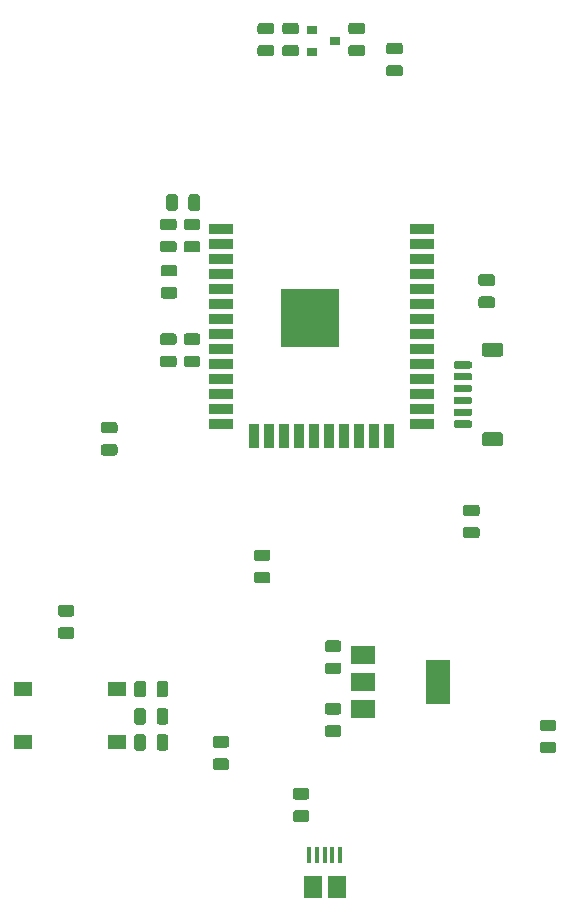
<source format=gbr>
G04 #@! TF.GenerationSoftware,KiCad,Pcbnew,(5.1.5)-3*
G04 #@! TF.CreationDate,2020-12-18T10:23:58+02:00*
G04 #@! TF.ProjectId,voltlog christmas tree,766f6c74-6c6f-4672-9063-68726973746d,rev?*
G04 #@! TF.SameCoordinates,Original*
G04 #@! TF.FileFunction,Paste,Top*
G04 #@! TF.FilePolarity,Positive*
%FSLAX46Y46*%
G04 Gerber Fmt 4.6, Leading zero omitted, Abs format (unit mm)*
G04 Created by KiCad (PCBNEW (5.1.5)-3) date 2020-12-18 10:23:58*
%MOMM*%
%LPD*%
G04 APERTURE LIST*
%ADD10C,0.100000*%
%ADD11R,1.500000X1.900000*%
%ADD12R,0.400000X1.350000*%
%ADD13R,2.000000X1.500000*%
%ADD14R,2.000000X3.800000*%
%ADD15R,2.000000X0.900000*%
%ADD16R,0.900000X2.000000*%
%ADD17R,5.000000X5.000000*%
%ADD18R,1.550000X1.300000*%
%ADD19R,0.900000X0.800000*%
G04 APERTURE END LIST*
D10*
G36*
X140180142Y-119076174D02*
G01*
X140203803Y-119079684D01*
X140227007Y-119085496D01*
X140249529Y-119093554D01*
X140271153Y-119103782D01*
X140291670Y-119116079D01*
X140310883Y-119130329D01*
X140328607Y-119146393D01*
X140344671Y-119164117D01*
X140358921Y-119183330D01*
X140371218Y-119203847D01*
X140381446Y-119225471D01*
X140389504Y-119247993D01*
X140395316Y-119271197D01*
X140398826Y-119294858D01*
X140400000Y-119318750D01*
X140400000Y-119806250D01*
X140398826Y-119830142D01*
X140395316Y-119853803D01*
X140389504Y-119877007D01*
X140381446Y-119899529D01*
X140371218Y-119921153D01*
X140358921Y-119941670D01*
X140344671Y-119960883D01*
X140328607Y-119978607D01*
X140310883Y-119994671D01*
X140291670Y-120008921D01*
X140271153Y-120021218D01*
X140249529Y-120031446D01*
X140227007Y-120039504D01*
X140203803Y-120045316D01*
X140180142Y-120048826D01*
X140156250Y-120050000D01*
X139243750Y-120050000D01*
X139219858Y-120048826D01*
X139196197Y-120045316D01*
X139172993Y-120039504D01*
X139150471Y-120031446D01*
X139128847Y-120021218D01*
X139108330Y-120008921D01*
X139089117Y-119994671D01*
X139071393Y-119978607D01*
X139055329Y-119960883D01*
X139041079Y-119941670D01*
X139028782Y-119921153D01*
X139018554Y-119899529D01*
X139010496Y-119877007D01*
X139004684Y-119853803D01*
X139001174Y-119830142D01*
X139000000Y-119806250D01*
X139000000Y-119318750D01*
X139001174Y-119294858D01*
X139004684Y-119271197D01*
X139010496Y-119247993D01*
X139018554Y-119225471D01*
X139028782Y-119203847D01*
X139041079Y-119183330D01*
X139055329Y-119164117D01*
X139071393Y-119146393D01*
X139089117Y-119130329D01*
X139108330Y-119116079D01*
X139128847Y-119103782D01*
X139150471Y-119093554D01*
X139172993Y-119085496D01*
X139196197Y-119079684D01*
X139219858Y-119076174D01*
X139243750Y-119075000D01*
X140156250Y-119075000D01*
X140180142Y-119076174D01*
G37*
G36*
X140180142Y-120951174D02*
G01*
X140203803Y-120954684D01*
X140227007Y-120960496D01*
X140249529Y-120968554D01*
X140271153Y-120978782D01*
X140291670Y-120991079D01*
X140310883Y-121005329D01*
X140328607Y-121021393D01*
X140344671Y-121039117D01*
X140358921Y-121058330D01*
X140371218Y-121078847D01*
X140381446Y-121100471D01*
X140389504Y-121122993D01*
X140395316Y-121146197D01*
X140398826Y-121169858D01*
X140400000Y-121193750D01*
X140400000Y-121681250D01*
X140398826Y-121705142D01*
X140395316Y-121728803D01*
X140389504Y-121752007D01*
X140381446Y-121774529D01*
X140371218Y-121796153D01*
X140358921Y-121816670D01*
X140344671Y-121835883D01*
X140328607Y-121853607D01*
X140310883Y-121869671D01*
X140291670Y-121883921D01*
X140271153Y-121896218D01*
X140249529Y-121906446D01*
X140227007Y-121914504D01*
X140203803Y-121920316D01*
X140180142Y-121923826D01*
X140156250Y-121925000D01*
X139243750Y-121925000D01*
X139219858Y-121923826D01*
X139196197Y-121920316D01*
X139172993Y-121914504D01*
X139150471Y-121906446D01*
X139128847Y-121896218D01*
X139108330Y-121883921D01*
X139089117Y-121869671D01*
X139071393Y-121853607D01*
X139055329Y-121835883D01*
X139041079Y-121816670D01*
X139028782Y-121796153D01*
X139018554Y-121774529D01*
X139010496Y-121752007D01*
X139004684Y-121728803D01*
X139001174Y-121705142D01*
X139000000Y-121681250D01*
X139000000Y-121193750D01*
X139001174Y-121169858D01*
X139004684Y-121146197D01*
X139010496Y-121122993D01*
X139018554Y-121100471D01*
X139028782Y-121078847D01*
X139041079Y-121058330D01*
X139055329Y-121039117D01*
X139071393Y-121021393D01*
X139089117Y-121005329D01*
X139108330Y-120991079D01*
X139128847Y-120978782D01*
X139150471Y-120968554D01*
X139172993Y-120960496D01*
X139196197Y-120954684D01*
X139219858Y-120951174D01*
X139243750Y-120950000D01*
X140156250Y-120950000D01*
X140180142Y-120951174D01*
G37*
G36*
X153874505Y-101451204D02*
G01*
X153898773Y-101454804D01*
X153922572Y-101460765D01*
X153945671Y-101469030D01*
X153967850Y-101479520D01*
X153988893Y-101492132D01*
X154008599Y-101506747D01*
X154026777Y-101523223D01*
X154043253Y-101541401D01*
X154057868Y-101561107D01*
X154070480Y-101582150D01*
X154080970Y-101604329D01*
X154089235Y-101627428D01*
X154095196Y-101651227D01*
X154098796Y-101675495D01*
X154100000Y-101699999D01*
X154100000Y-102400001D01*
X154098796Y-102424505D01*
X154095196Y-102448773D01*
X154089235Y-102472572D01*
X154080970Y-102495671D01*
X154070480Y-102517850D01*
X154057868Y-102538893D01*
X154043253Y-102558599D01*
X154026777Y-102576777D01*
X154008599Y-102593253D01*
X153988893Y-102607868D01*
X153967850Y-102620480D01*
X153945671Y-102630970D01*
X153922572Y-102639235D01*
X153898773Y-102645196D01*
X153874505Y-102648796D01*
X153850001Y-102650000D01*
X152549999Y-102650000D01*
X152525495Y-102648796D01*
X152501227Y-102645196D01*
X152477428Y-102639235D01*
X152454329Y-102630970D01*
X152432150Y-102620480D01*
X152411107Y-102607868D01*
X152391401Y-102593253D01*
X152373223Y-102576777D01*
X152356747Y-102558599D01*
X152342132Y-102538893D01*
X152329520Y-102517850D01*
X152319030Y-102495671D01*
X152310765Y-102472572D01*
X152304804Y-102448773D01*
X152301204Y-102424505D01*
X152300000Y-102400001D01*
X152300000Y-101699999D01*
X152301204Y-101675495D01*
X152304804Y-101651227D01*
X152310765Y-101627428D01*
X152319030Y-101604329D01*
X152329520Y-101582150D01*
X152342132Y-101561107D01*
X152356747Y-101541401D01*
X152373223Y-101523223D01*
X152391401Y-101506747D01*
X152411107Y-101492132D01*
X152432150Y-101479520D01*
X152454329Y-101469030D01*
X152477428Y-101460765D01*
X152501227Y-101454804D01*
X152525495Y-101451204D01*
X152549999Y-101450000D01*
X153850001Y-101450000D01*
X153874505Y-101451204D01*
G37*
G36*
X153874505Y-93851204D02*
G01*
X153898773Y-93854804D01*
X153922572Y-93860765D01*
X153945671Y-93869030D01*
X153967850Y-93879520D01*
X153988893Y-93892132D01*
X154008599Y-93906747D01*
X154026777Y-93923223D01*
X154043253Y-93941401D01*
X154057868Y-93961107D01*
X154070480Y-93982150D01*
X154080970Y-94004329D01*
X154089235Y-94027428D01*
X154095196Y-94051227D01*
X154098796Y-94075495D01*
X154100000Y-94099999D01*
X154100000Y-94800001D01*
X154098796Y-94824505D01*
X154095196Y-94848773D01*
X154089235Y-94872572D01*
X154080970Y-94895671D01*
X154070480Y-94917850D01*
X154057868Y-94938893D01*
X154043253Y-94958599D01*
X154026777Y-94976777D01*
X154008599Y-94993253D01*
X153988893Y-95007868D01*
X153967850Y-95020480D01*
X153945671Y-95030970D01*
X153922572Y-95039235D01*
X153898773Y-95045196D01*
X153874505Y-95048796D01*
X153850001Y-95050000D01*
X152549999Y-95050000D01*
X152525495Y-95048796D01*
X152501227Y-95045196D01*
X152477428Y-95039235D01*
X152454329Y-95030970D01*
X152432150Y-95020480D01*
X152411107Y-95007868D01*
X152391401Y-94993253D01*
X152373223Y-94976777D01*
X152356747Y-94958599D01*
X152342132Y-94938893D01*
X152329520Y-94917850D01*
X152319030Y-94895671D01*
X152310765Y-94872572D01*
X152304804Y-94848773D01*
X152301204Y-94824505D01*
X152300000Y-94800001D01*
X152300000Y-94099999D01*
X152301204Y-94075495D01*
X152304804Y-94051227D01*
X152310765Y-94027428D01*
X152319030Y-94004329D01*
X152329520Y-93982150D01*
X152342132Y-93961107D01*
X152356747Y-93941401D01*
X152373223Y-93923223D01*
X152391401Y-93906747D01*
X152411107Y-93892132D01*
X152432150Y-93879520D01*
X152454329Y-93869030D01*
X152477428Y-93860765D01*
X152501227Y-93854804D01*
X152525495Y-93851204D01*
X152549999Y-93850000D01*
X153850001Y-93850000D01*
X153874505Y-93851204D01*
G37*
G36*
X151314703Y-100450722D02*
G01*
X151329264Y-100452882D01*
X151343543Y-100456459D01*
X151357403Y-100461418D01*
X151370710Y-100467712D01*
X151383336Y-100475280D01*
X151395159Y-100484048D01*
X151406066Y-100493934D01*
X151415952Y-100504841D01*
X151424720Y-100516664D01*
X151432288Y-100529290D01*
X151438582Y-100542597D01*
X151443541Y-100556457D01*
X151447118Y-100570736D01*
X151449278Y-100585297D01*
X151450000Y-100600000D01*
X151450000Y-100900000D01*
X151449278Y-100914703D01*
X151447118Y-100929264D01*
X151443541Y-100943543D01*
X151438582Y-100957403D01*
X151432288Y-100970710D01*
X151424720Y-100983336D01*
X151415952Y-100995159D01*
X151406066Y-101006066D01*
X151395159Y-101015952D01*
X151383336Y-101024720D01*
X151370710Y-101032288D01*
X151357403Y-101038582D01*
X151343543Y-101043541D01*
X151329264Y-101047118D01*
X151314703Y-101049278D01*
X151300000Y-101050000D01*
X150050000Y-101050000D01*
X150035297Y-101049278D01*
X150020736Y-101047118D01*
X150006457Y-101043541D01*
X149992597Y-101038582D01*
X149979290Y-101032288D01*
X149966664Y-101024720D01*
X149954841Y-101015952D01*
X149943934Y-101006066D01*
X149934048Y-100995159D01*
X149925280Y-100983336D01*
X149917712Y-100970710D01*
X149911418Y-100957403D01*
X149906459Y-100943543D01*
X149902882Y-100929264D01*
X149900722Y-100914703D01*
X149900000Y-100900000D01*
X149900000Y-100600000D01*
X149900722Y-100585297D01*
X149902882Y-100570736D01*
X149906459Y-100556457D01*
X149911418Y-100542597D01*
X149917712Y-100529290D01*
X149925280Y-100516664D01*
X149934048Y-100504841D01*
X149943934Y-100493934D01*
X149954841Y-100484048D01*
X149966664Y-100475280D01*
X149979290Y-100467712D01*
X149992597Y-100461418D01*
X150006457Y-100456459D01*
X150020736Y-100452882D01*
X150035297Y-100450722D01*
X150050000Y-100450000D01*
X151300000Y-100450000D01*
X151314703Y-100450722D01*
G37*
G36*
X151314703Y-99450722D02*
G01*
X151329264Y-99452882D01*
X151343543Y-99456459D01*
X151357403Y-99461418D01*
X151370710Y-99467712D01*
X151383336Y-99475280D01*
X151395159Y-99484048D01*
X151406066Y-99493934D01*
X151415952Y-99504841D01*
X151424720Y-99516664D01*
X151432288Y-99529290D01*
X151438582Y-99542597D01*
X151443541Y-99556457D01*
X151447118Y-99570736D01*
X151449278Y-99585297D01*
X151450000Y-99600000D01*
X151450000Y-99900000D01*
X151449278Y-99914703D01*
X151447118Y-99929264D01*
X151443541Y-99943543D01*
X151438582Y-99957403D01*
X151432288Y-99970710D01*
X151424720Y-99983336D01*
X151415952Y-99995159D01*
X151406066Y-100006066D01*
X151395159Y-100015952D01*
X151383336Y-100024720D01*
X151370710Y-100032288D01*
X151357403Y-100038582D01*
X151343543Y-100043541D01*
X151329264Y-100047118D01*
X151314703Y-100049278D01*
X151300000Y-100050000D01*
X150050000Y-100050000D01*
X150035297Y-100049278D01*
X150020736Y-100047118D01*
X150006457Y-100043541D01*
X149992597Y-100038582D01*
X149979290Y-100032288D01*
X149966664Y-100024720D01*
X149954841Y-100015952D01*
X149943934Y-100006066D01*
X149934048Y-99995159D01*
X149925280Y-99983336D01*
X149917712Y-99970710D01*
X149911418Y-99957403D01*
X149906459Y-99943543D01*
X149902882Y-99929264D01*
X149900722Y-99914703D01*
X149900000Y-99900000D01*
X149900000Y-99600000D01*
X149900722Y-99585297D01*
X149902882Y-99570736D01*
X149906459Y-99556457D01*
X149911418Y-99542597D01*
X149917712Y-99529290D01*
X149925280Y-99516664D01*
X149934048Y-99504841D01*
X149943934Y-99493934D01*
X149954841Y-99484048D01*
X149966664Y-99475280D01*
X149979290Y-99467712D01*
X149992597Y-99461418D01*
X150006457Y-99456459D01*
X150020736Y-99452882D01*
X150035297Y-99450722D01*
X150050000Y-99450000D01*
X151300000Y-99450000D01*
X151314703Y-99450722D01*
G37*
G36*
X151314703Y-98450722D02*
G01*
X151329264Y-98452882D01*
X151343543Y-98456459D01*
X151357403Y-98461418D01*
X151370710Y-98467712D01*
X151383336Y-98475280D01*
X151395159Y-98484048D01*
X151406066Y-98493934D01*
X151415952Y-98504841D01*
X151424720Y-98516664D01*
X151432288Y-98529290D01*
X151438582Y-98542597D01*
X151443541Y-98556457D01*
X151447118Y-98570736D01*
X151449278Y-98585297D01*
X151450000Y-98600000D01*
X151450000Y-98900000D01*
X151449278Y-98914703D01*
X151447118Y-98929264D01*
X151443541Y-98943543D01*
X151438582Y-98957403D01*
X151432288Y-98970710D01*
X151424720Y-98983336D01*
X151415952Y-98995159D01*
X151406066Y-99006066D01*
X151395159Y-99015952D01*
X151383336Y-99024720D01*
X151370710Y-99032288D01*
X151357403Y-99038582D01*
X151343543Y-99043541D01*
X151329264Y-99047118D01*
X151314703Y-99049278D01*
X151300000Y-99050000D01*
X150050000Y-99050000D01*
X150035297Y-99049278D01*
X150020736Y-99047118D01*
X150006457Y-99043541D01*
X149992597Y-99038582D01*
X149979290Y-99032288D01*
X149966664Y-99024720D01*
X149954841Y-99015952D01*
X149943934Y-99006066D01*
X149934048Y-98995159D01*
X149925280Y-98983336D01*
X149917712Y-98970710D01*
X149911418Y-98957403D01*
X149906459Y-98943543D01*
X149902882Y-98929264D01*
X149900722Y-98914703D01*
X149900000Y-98900000D01*
X149900000Y-98600000D01*
X149900722Y-98585297D01*
X149902882Y-98570736D01*
X149906459Y-98556457D01*
X149911418Y-98542597D01*
X149917712Y-98529290D01*
X149925280Y-98516664D01*
X149934048Y-98504841D01*
X149943934Y-98493934D01*
X149954841Y-98484048D01*
X149966664Y-98475280D01*
X149979290Y-98467712D01*
X149992597Y-98461418D01*
X150006457Y-98456459D01*
X150020736Y-98452882D01*
X150035297Y-98450722D01*
X150050000Y-98450000D01*
X151300000Y-98450000D01*
X151314703Y-98450722D01*
G37*
G36*
X151314703Y-97450722D02*
G01*
X151329264Y-97452882D01*
X151343543Y-97456459D01*
X151357403Y-97461418D01*
X151370710Y-97467712D01*
X151383336Y-97475280D01*
X151395159Y-97484048D01*
X151406066Y-97493934D01*
X151415952Y-97504841D01*
X151424720Y-97516664D01*
X151432288Y-97529290D01*
X151438582Y-97542597D01*
X151443541Y-97556457D01*
X151447118Y-97570736D01*
X151449278Y-97585297D01*
X151450000Y-97600000D01*
X151450000Y-97900000D01*
X151449278Y-97914703D01*
X151447118Y-97929264D01*
X151443541Y-97943543D01*
X151438582Y-97957403D01*
X151432288Y-97970710D01*
X151424720Y-97983336D01*
X151415952Y-97995159D01*
X151406066Y-98006066D01*
X151395159Y-98015952D01*
X151383336Y-98024720D01*
X151370710Y-98032288D01*
X151357403Y-98038582D01*
X151343543Y-98043541D01*
X151329264Y-98047118D01*
X151314703Y-98049278D01*
X151300000Y-98050000D01*
X150050000Y-98050000D01*
X150035297Y-98049278D01*
X150020736Y-98047118D01*
X150006457Y-98043541D01*
X149992597Y-98038582D01*
X149979290Y-98032288D01*
X149966664Y-98024720D01*
X149954841Y-98015952D01*
X149943934Y-98006066D01*
X149934048Y-97995159D01*
X149925280Y-97983336D01*
X149917712Y-97970710D01*
X149911418Y-97957403D01*
X149906459Y-97943543D01*
X149902882Y-97929264D01*
X149900722Y-97914703D01*
X149900000Y-97900000D01*
X149900000Y-97600000D01*
X149900722Y-97585297D01*
X149902882Y-97570736D01*
X149906459Y-97556457D01*
X149911418Y-97542597D01*
X149917712Y-97529290D01*
X149925280Y-97516664D01*
X149934048Y-97504841D01*
X149943934Y-97493934D01*
X149954841Y-97484048D01*
X149966664Y-97475280D01*
X149979290Y-97467712D01*
X149992597Y-97461418D01*
X150006457Y-97456459D01*
X150020736Y-97452882D01*
X150035297Y-97450722D01*
X150050000Y-97450000D01*
X151300000Y-97450000D01*
X151314703Y-97450722D01*
G37*
G36*
X151314703Y-96450722D02*
G01*
X151329264Y-96452882D01*
X151343543Y-96456459D01*
X151357403Y-96461418D01*
X151370710Y-96467712D01*
X151383336Y-96475280D01*
X151395159Y-96484048D01*
X151406066Y-96493934D01*
X151415952Y-96504841D01*
X151424720Y-96516664D01*
X151432288Y-96529290D01*
X151438582Y-96542597D01*
X151443541Y-96556457D01*
X151447118Y-96570736D01*
X151449278Y-96585297D01*
X151450000Y-96600000D01*
X151450000Y-96900000D01*
X151449278Y-96914703D01*
X151447118Y-96929264D01*
X151443541Y-96943543D01*
X151438582Y-96957403D01*
X151432288Y-96970710D01*
X151424720Y-96983336D01*
X151415952Y-96995159D01*
X151406066Y-97006066D01*
X151395159Y-97015952D01*
X151383336Y-97024720D01*
X151370710Y-97032288D01*
X151357403Y-97038582D01*
X151343543Y-97043541D01*
X151329264Y-97047118D01*
X151314703Y-97049278D01*
X151300000Y-97050000D01*
X150050000Y-97050000D01*
X150035297Y-97049278D01*
X150020736Y-97047118D01*
X150006457Y-97043541D01*
X149992597Y-97038582D01*
X149979290Y-97032288D01*
X149966664Y-97024720D01*
X149954841Y-97015952D01*
X149943934Y-97006066D01*
X149934048Y-96995159D01*
X149925280Y-96983336D01*
X149917712Y-96970710D01*
X149911418Y-96957403D01*
X149906459Y-96943543D01*
X149902882Y-96929264D01*
X149900722Y-96914703D01*
X149900000Y-96900000D01*
X149900000Y-96600000D01*
X149900722Y-96585297D01*
X149902882Y-96570736D01*
X149906459Y-96556457D01*
X149911418Y-96542597D01*
X149917712Y-96529290D01*
X149925280Y-96516664D01*
X149934048Y-96504841D01*
X149943934Y-96493934D01*
X149954841Y-96484048D01*
X149966664Y-96475280D01*
X149979290Y-96467712D01*
X149992597Y-96461418D01*
X150006457Y-96456459D01*
X150020736Y-96452882D01*
X150035297Y-96450722D01*
X150050000Y-96450000D01*
X151300000Y-96450000D01*
X151314703Y-96450722D01*
G37*
G36*
X151314703Y-95450722D02*
G01*
X151329264Y-95452882D01*
X151343543Y-95456459D01*
X151357403Y-95461418D01*
X151370710Y-95467712D01*
X151383336Y-95475280D01*
X151395159Y-95484048D01*
X151406066Y-95493934D01*
X151415952Y-95504841D01*
X151424720Y-95516664D01*
X151432288Y-95529290D01*
X151438582Y-95542597D01*
X151443541Y-95556457D01*
X151447118Y-95570736D01*
X151449278Y-95585297D01*
X151450000Y-95600000D01*
X151450000Y-95900000D01*
X151449278Y-95914703D01*
X151447118Y-95929264D01*
X151443541Y-95943543D01*
X151438582Y-95957403D01*
X151432288Y-95970710D01*
X151424720Y-95983336D01*
X151415952Y-95995159D01*
X151406066Y-96006066D01*
X151395159Y-96015952D01*
X151383336Y-96024720D01*
X151370710Y-96032288D01*
X151357403Y-96038582D01*
X151343543Y-96043541D01*
X151329264Y-96047118D01*
X151314703Y-96049278D01*
X151300000Y-96050000D01*
X150050000Y-96050000D01*
X150035297Y-96049278D01*
X150020736Y-96047118D01*
X150006457Y-96043541D01*
X149992597Y-96038582D01*
X149979290Y-96032288D01*
X149966664Y-96024720D01*
X149954841Y-96015952D01*
X149943934Y-96006066D01*
X149934048Y-95995159D01*
X149925280Y-95983336D01*
X149917712Y-95970710D01*
X149911418Y-95957403D01*
X149906459Y-95943543D01*
X149902882Y-95929264D01*
X149900722Y-95914703D01*
X149900000Y-95900000D01*
X149900000Y-95600000D01*
X149900722Y-95585297D01*
X149902882Y-95570736D01*
X149906459Y-95556457D01*
X149911418Y-95542597D01*
X149917712Y-95529290D01*
X149925280Y-95516664D01*
X149934048Y-95504841D01*
X149943934Y-95493934D01*
X149954841Y-95484048D01*
X149966664Y-95475280D01*
X149979290Y-95467712D01*
X149992597Y-95461418D01*
X150006457Y-95456459D01*
X150020736Y-95452882D01*
X150035297Y-95450722D01*
X150050000Y-95450000D01*
X151300000Y-95450000D01*
X151314703Y-95450722D01*
G37*
D11*
X138000000Y-139937500D03*
D12*
X139000000Y-137237500D03*
X139650000Y-137237500D03*
X140300000Y-137237500D03*
X137700000Y-137237500D03*
X138350000Y-137237500D03*
D11*
X140000000Y-139937500D03*
D13*
X142250000Y-120300000D03*
X142250000Y-124900000D03*
X142250000Y-122600000D03*
D14*
X148550000Y-122600000D03*
D15*
X147250000Y-84245000D03*
X147250000Y-85515000D03*
X147250000Y-86785000D03*
X147250000Y-88055000D03*
X147250000Y-89325000D03*
X147250000Y-90595000D03*
X147250000Y-91865000D03*
X147250000Y-93135000D03*
X147250000Y-94405000D03*
X147250000Y-95675000D03*
X147250000Y-96945000D03*
X147250000Y-98215000D03*
X147250000Y-99485000D03*
X147250000Y-100755000D03*
D16*
X144465000Y-101755000D03*
X143195000Y-101755000D03*
X141925000Y-101755000D03*
X140655000Y-101755000D03*
X139385000Y-101755000D03*
X138115000Y-101755000D03*
X136845000Y-101755000D03*
X135575000Y-101755000D03*
X134305000Y-101755000D03*
X133035000Y-101755000D03*
D15*
X130250000Y-100755000D03*
X130250000Y-99485000D03*
X130250000Y-98215000D03*
X130250000Y-96945000D03*
X130250000Y-95675000D03*
X130250000Y-94405000D03*
X130250000Y-93135000D03*
X130250000Y-91865000D03*
X130250000Y-90595000D03*
X130250000Y-89325000D03*
X130250000Y-88055000D03*
X130250000Y-86785000D03*
X130250000Y-85515000D03*
X130250000Y-84245000D03*
D17*
X137750000Y-91745000D03*
D18*
X113425000Y-123200000D03*
X113425000Y-127700000D03*
X121375000Y-127700000D03*
X121375000Y-123200000D03*
D10*
G36*
X128230142Y-94951174D02*
G01*
X128253803Y-94954684D01*
X128277007Y-94960496D01*
X128299529Y-94968554D01*
X128321153Y-94978782D01*
X128341670Y-94991079D01*
X128360883Y-95005329D01*
X128378607Y-95021393D01*
X128394671Y-95039117D01*
X128408921Y-95058330D01*
X128421218Y-95078847D01*
X128431446Y-95100471D01*
X128439504Y-95122993D01*
X128445316Y-95146197D01*
X128448826Y-95169858D01*
X128450000Y-95193750D01*
X128450000Y-95681250D01*
X128448826Y-95705142D01*
X128445316Y-95728803D01*
X128439504Y-95752007D01*
X128431446Y-95774529D01*
X128421218Y-95796153D01*
X128408921Y-95816670D01*
X128394671Y-95835883D01*
X128378607Y-95853607D01*
X128360883Y-95869671D01*
X128341670Y-95883921D01*
X128321153Y-95896218D01*
X128299529Y-95906446D01*
X128277007Y-95914504D01*
X128253803Y-95920316D01*
X128230142Y-95923826D01*
X128206250Y-95925000D01*
X127293750Y-95925000D01*
X127269858Y-95923826D01*
X127246197Y-95920316D01*
X127222993Y-95914504D01*
X127200471Y-95906446D01*
X127178847Y-95896218D01*
X127158330Y-95883921D01*
X127139117Y-95869671D01*
X127121393Y-95853607D01*
X127105329Y-95835883D01*
X127091079Y-95816670D01*
X127078782Y-95796153D01*
X127068554Y-95774529D01*
X127060496Y-95752007D01*
X127054684Y-95728803D01*
X127051174Y-95705142D01*
X127050000Y-95681250D01*
X127050000Y-95193750D01*
X127051174Y-95169858D01*
X127054684Y-95146197D01*
X127060496Y-95122993D01*
X127068554Y-95100471D01*
X127078782Y-95078847D01*
X127091079Y-95058330D01*
X127105329Y-95039117D01*
X127121393Y-95021393D01*
X127139117Y-95005329D01*
X127158330Y-94991079D01*
X127178847Y-94978782D01*
X127200471Y-94968554D01*
X127222993Y-94960496D01*
X127246197Y-94954684D01*
X127269858Y-94951174D01*
X127293750Y-94950000D01*
X128206250Y-94950000D01*
X128230142Y-94951174D01*
G37*
G36*
X128230142Y-93076174D02*
G01*
X128253803Y-93079684D01*
X128277007Y-93085496D01*
X128299529Y-93093554D01*
X128321153Y-93103782D01*
X128341670Y-93116079D01*
X128360883Y-93130329D01*
X128378607Y-93146393D01*
X128394671Y-93164117D01*
X128408921Y-93183330D01*
X128421218Y-93203847D01*
X128431446Y-93225471D01*
X128439504Y-93247993D01*
X128445316Y-93271197D01*
X128448826Y-93294858D01*
X128450000Y-93318750D01*
X128450000Y-93806250D01*
X128448826Y-93830142D01*
X128445316Y-93853803D01*
X128439504Y-93877007D01*
X128431446Y-93899529D01*
X128421218Y-93921153D01*
X128408921Y-93941670D01*
X128394671Y-93960883D01*
X128378607Y-93978607D01*
X128360883Y-93994671D01*
X128341670Y-94008921D01*
X128321153Y-94021218D01*
X128299529Y-94031446D01*
X128277007Y-94039504D01*
X128253803Y-94045316D01*
X128230142Y-94048826D01*
X128206250Y-94050000D01*
X127293750Y-94050000D01*
X127269858Y-94048826D01*
X127246197Y-94045316D01*
X127222993Y-94039504D01*
X127200471Y-94031446D01*
X127178847Y-94021218D01*
X127158330Y-94008921D01*
X127139117Y-93994671D01*
X127121393Y-93978607D01*
X127105329Y-93960883D01*
X127091079Y-93941670D01*
X127078782Y-93921153D01*
X127068554Y-93899529D01*
X127060496Y-93877007D01*
X127054684Y-93853803D01*
X127051174Y-93830142D01*
X127050000Y-93806250D01*
X127050000Y-93318750D01*
X127051174Y-93294858D01*
X127054684Y-93271197D01*
X127060496Y-93247993D01*
X127068554Y-93225471D01*
X127078782Y-93203847D01*
X127091079Y-93183330D01*
X127105329Y-93164117D01*
X127121393Y-93146393D01*
X127139117Y-93130329D01*
X127158330Y-93116079D01*
X127178847Y-93103782D01*
X127200471Y-93093554D01*
X127222993Y-93085496D01*
X127246197Y-93079684D01*
X127269858Y-93076174D01*
X127293750Y-93075000D01*
X128206250Y-93075000D01*
X128230142Y-93076174D01*
G37*
G36*
X125505142Y-124801174D02*
G01*
X125528803Y-124804684D01*
X125552007Y-124810496D01*
X125574529Y-124818554D01*
X125596153Y-124828782D01*
X125616670Y-124841079D01*
X125635883Y-124855329D01*
X125653607Y-124871393D01*
X125669671Y-124889117D01*
X125683921Y-124908330D01*
X125696218Y-124928847D01*
X125706446Y-124950471D01*
X125714504Y-124972993D01*
X125720316Y-124996197D01*
X125723826Y-125019858D01*
X125725000Y-125043750D01*
X125725000Y-125956250D01*
X125723826Y-125980142D01*
X125720316Y-126003803D01*
X125714504Y-126027007D01*
X125706446Y-126049529D01*
X125696218Y-126071153D01*
X125683921Y-126091670D01*
X125669671Y-126110883D01*
X125653607Y-126128607D01*
X125635883Y-126144671D01*
X125616670Y-126158921D01*
X125596153Y-126171218D01*
X125574529Y-126181446D01*
X125552007Y-126189504D01*
X125528803Y-126195316D01*
X125505142Y-126198826D01*
X125481250Y-126200000D01*
X124993750Y-126200000D01*
X124969858Y-126198826D01*
X124946197Y-126195316D01*
X124922993Y-126189504D01*
X124900471Y-126181446D01*
X124878847Y-126171218D01*
X124858330Y-126158921D01*
X124839117Y-126144671D01*
X124821393Y-126128607D01*
X124805329Y-126110883D01*
X124791079Y-126091670D01*
X124778782Y-126071153D01*
X124768554Y-126049529D01*
X124760496Y-126027007D01*
X124754684Y-126003803D01*
X124751174Y-125980142D01*
X124750000Y-125956250D01*
X124750000Y-125043750D01*
X124751174Y-125019858D01*
X124754684Y-124996197D01*
X124760496Y-124972993D01*
X124768554Y-124950471D01*
X124778782Y-124928847D01*
X124791079Y-124908330D01*
X124805329Y-124889117D01*
X124821393Y-124871393D01*
X124839117Y-124855329D01*
X124858330Y-124841079D01*
X124878847Y-124828782D01*
X124900471Y-124818554D01*
X124922993Y-124810496D01*
X124946197Y-124804684D01*
X124969858Y-124801174D01*
X124993750Y-124800000D01*
X125481250Y-124800000D01*
X125505142Y-124801174D01*
G37*
G36*
X123630142Y-124801174D02*
G01*
X123653803Y-124804684D01*
X123677007Y-124810496D01*
X123699529Y-124818554D01*
X123721153Y-124828782D01*
X123741670Y-124841079D01*
X123760883Y-124855329D01*
X123778607Y-124871393D01*
X123794671Y-124889117D01*
X123808921Y-124908330D01*
X123821218Y-124928847D01*
X123831446Y-124950471D01*
X123839504Y-124972993D01*
X123845316Y-124996197D01*
X123848826Y-125019858D01*
X123850000Y-125043750D01*
X123850000Y-125956250D01*
X123848826Y-125980142D01*
X123845316Y-126003803D01*
X123839504Y-126027007D01*
X123831446Y-126049529D01*
X123821218Y-126071153D01*
X123808921Y-126091670D01*
X123794671Y-126110883D01*
X123778607Y-126128607D01*
X123760883Y-126144671D01*
X123741670Y-126158921D01*
X123721153Y-126171218D01*
X123699529Y-126181446D01*
X123677007Y-126189504D01*
X123653803Y-126195316D01*
X123630142Y-126198826D01*
X123606250Y-126200000D01*
X123118750Y-126200000D01*
X123094858Y-126198826D01*
X123071197Y-126195316D01*
X123047993Y-126189504D01*
X123025471Y-126181446D01*
X123003847Y-126171218D01*
X122983330Y-126158921D01*
X122964117Y-126144671D01*
X122946393Y-126128607D01*
X122930329Y-126110883D01*
X122916079Y-126091670D01*
X122903782Y-126071153D01*
X122893554Y-126049529D01*
X122885496Y-126027007D01*
X122879684Y-126003803D01*
X122876174Y-125980142D01*
X122875000Y-125956250D01*
X122875000Y-125043750D01*
X122876174Y-125019858D01*
X122879684Y-124996197D01*
X122885496Y-124972993D01*
X122893554Y-124950471D01*
X122903782Y-124928847D01*
X122916079Y-124908330D01*
X122930329Y-124889117D01*
X122946393Y-124871393D01*
X122964117Y-124855329D01*
X122983330Y-124841079D01*
X123003847Y-124828782D01*
X123025471Y-124818554D01*
X123047993Y-124810496D01*
X123071197Y-124804684D01*
X123094858Y-124801174D01*
X123118750Y-124800000D01*
X123606250Y-124800000D01*
X123630142Y-124801174D01*
G37*
G36*
X123630142Y-122501174D02*
G01*
X123653803Y-122504684D01*
X123677007Y-122510496D01*
X123699529Y-122518554D01*
X123721153Y-122528782D01*
X123741670Y-122541079D01*
X123760883Y-122555329D01*
X123778607Y-122571393D01*
X123794671Y-122589117D01*
X123808921Y-122608330D01*
X123821218Y-122628847D01*
X123831446Y-122650471D01*
X123839504Y-122672993D01*
X123845316Y-122696197D01*
X123848826Y-122719858D01*
X123850000Y-122743750D01*
X123850000Y-123656250D01*
X123848826Y-123680142D01*
X123845316Y-123703803D01*
X123839504Y-123727007D01*
X123831446Y-123749529D01*
X123821218Y-123771153D01*
X123808921Y-123791670D01*
X123794671Y-123810883D01*
X123778607Y-123828607D01*
X123760883Y-123844671D01*
X123741670Y-123858921D01*
X123721153Y-123871218D01*
X123699529Y-123881446D01*
X123677007Y-123889504D01*
X123653803Y-123895316D01*
X123630142Y-123898826D01*
X123606250Y-123900000D01*
X123118750Y-123900000D01*
X123094858Y-123898826D01*
X123071197Y-123895316D01*
X123047993Y-123889504D01*
X123025471Y-123881446D01*
X123003847Y-123871218D01*
X122983330Y-123858921D01*
X122964117Y-123844671D01*
X122946393Y-123828607D01*
X122930329Y-123810883D01*
X122916079Y-123791670D01*
X122903782Y-123771153D01*
X122893554Y-123749529D01*
X122885496Y-123727007D01*
X122879684Y-123703803D01*
X122876174Y-123680142D01*
X122875000Y-123656250D01*
X122875000Y-122743750D01*
X122876174Y-122719858D01*
X122879684Y-122696197D01*
X122885496Y-122672993D01*
X122893554Y-122650471D01*
X122903782Y-122628847D01*
X122916079Y-122608330D01*
X122930329Y-122589117D01*
X122946393Y-122571393D01*
X122964117Y-122555329D01*
X122983330Y-122541079D01*
X123003847Y-122528782D01*
X123025471Y-122518554D01*
X123047993Y-122510496D01*
X123071197Y-122504684D01*
X123094858Y-122501174D01*
X123118750Y-122500000D01*
X123606250Y-122500000D01*
X123630142Y-122501174D01*
G37*
G36*
X125505142Y-122501174D02*
G01*
X125528803Y-122504684D01*
X125552007Y-122510496D01*
X125574529Y-122518554D01*
X125596153Y-122528782D01*
X125616670Y-122541079D01*
X125635883Y-122555329D01*
X125653607Y-122571393D01*
X125669671Y-122589117D01*
X125683921Y-122608330D01*
X125696218Y-122628847D01*
X125706446Y-122650471D01*
X125714504Y-122672993D01*
X125720316Y-122696197D01*
X125723826Y-122719858D01*
X125725000Y-122743750D01*
X125725000Y-123656250D01*
X125723826Y-123680142D01*
X125720316Y-123703803D01*
X125714504Y-123727007D01*
X125706446Y-123749529D01*
X125696218Y-123771153D01*
X125683921Y-123791670D01*
X125669671Y-123810883D01*
X125653607Y-123828607D01*
X125635883Y-123844671D01*
X125616670Y-123858921D01*
X125596153Y-123871218D01*
X125574529Y-123881446D01*
X125552007Y-123889504D01*
X125528803Y-123895316D01*
X125505142Y-123898826D01*
X125481250Y-123900000D01*
X124993750Y-123900000D01*
X124969858Y-123898826D01*
X124946197Y-123895316D01*
X124922993Y-123889504D01*
X124900471Y-123881446D01*
X124878847Y-123871218D01*
X124858330Y-123858921D01*
X124839117Y-123844671D01*
X124821393Y-123828607D01*
X124805329Y-123810883D01*
X124791079Y-123791670D01*
X124778782Y-123771153D01*
X124768554Y-123749529D01*
X124760496Y-123727007D01*
X124754684Y-123703803D01*
X124751174Y-123680142D01*
X124750000Y-123656250D01*
X124750000Y-122743750D01*
X124751174Y-122719858D01*
X124754684Y-122696197D01*
X124760496Y-122672993D01*
X124768554Y-122650471D01*
X124778782Y-122628847D01*
X124791079Y-122608330D01*
X124805329Y-122589117D01*
X124821393Y-122571393D01*
X124839117Y-122555329D01*
X124858330Y-122541079D01*
X124878847Y-122528782D01*
X124900471Y-122518554D01*
X124922993Y-122510496D01*
X124946197Y-122504684D01*
X124969858Y-122501174D01*
X124993750Y-122500000D01*
X125481250Y-122500000D01*
X125505142Y-122501174D01*
G37*
G36*
X136580142Y-68651174D02*
G01*
X136603803Y-68654684D01*
X136627007Y-68660496D01*
X136649529Y-68668554D01*
X136671153Y-68678782D01*
X136691670Y-68691079D01*
X136710883Y-68705329D01*
X136728607Y-68721393D01*
X136744671Y-68739117D01*
X136758921Y-68758330D01*
X136771218Y-68778847D01*
X136781446Y-68800471D01*
X136789504Y-68822993D01*
X136795316Y-68846197D01*
X136798826Y-68869858D01*
X136800000Y-68893750D01*
X136800000Y-69381250D01*
X136798826Y-69405142D01*
X136795316Y-69428803D01*
X136789504Y-69452007D01*
X136781446Y-69474529D01*
X136771218Y-69496153D01*
X136758921Y-69516670D01*
X136744671Y-69535883D01*
X136728607Y-69553607D01*
X136710883Y-69569671D01*
X136691670Y-69583921D01*
X136671153Y-69596218D01*
X136649529Y-69606446D01*
X136627007Y-69614504D01*
X136603803Y-69620316D01*
X136580142Y-69623826D01*
X136556250Y-69625000D01*
X135643750Y-69625000D01*
X135619858Y-69623826D01*
X135596197Y-69620316D01*
X135572993Y-69614504D01*
X135550471Y-69606446D01*
X135528847Y-69596218D01*
X135508330Y-69583921D01*
X135489117Y-69569671D01*
X135471393Y-69553607D01*
X135455329Y-69535883D01*
X135441079Y-69516670D01*
X135428782Y-69496153D01*
X135418554Y-69474529D01*
X135410496Y-69452007D01*
X135404684Y-69428803D01*
X135401174Y-69405142D01*
X135400000Y-69381250D01*
X135400000Y-68893750D01*
X135401174Y-68869858D01*
X135404684Y-68846197D01*
X135410496Y-68822993D01*
X135418554Y-68800471D01*
X135428782Y-68778847D01*
X135441079Y-68758330D01*
X135455329Y-68739117D01*
X135471393Y-68721393D01*
X135489117Y-68705329D01*
X135508330Y-68691079D01*
X135528847Y-68678782D01*
X135550471Y-68668554D01*
X135572993Y-68660496D01*
X135596197Y-68654684D01*
X135619858Y-68651174D01*
X135643750Y-68650000D01*
X136556250Y-68650000D01*
X136580142Y-68651174D01*
G37*
G36*
X136580142Y-66776174D02*
G01*
X136603803Y-66779684D01*
X136627007Y-66785496D01*
X136649529Y-66793554D01*
X136671153Y-66803782D01*
X136691670Y-66816079D01*
X136710883Y-66830329D01*
X136728607Y-66846393D01*
X136744671Y-66864117D01*
X136758921Y-66883330D01*
X136771218Y-66903847D01*
X136781446Y-66925471D01*
X136789504Y-66947993D01*
X136795316Y-66971197D01*
X136798826Y-66994858D01*
X136800000Y-67018750D01*
X136800000Y-67506250D01*
X136798826Y-67530142D01*
X136795316Y-67553803D01*
X136789504Y-67577007D01*
X136781446Y-67599529D01*
X136771218Y-67621153D01*
X136758921Y-67641670D01*
X136744671Y-67660883D01*
X136728607Y-67678607D01*
X136710883Y-67694671D01*
X136691670Y-67708921D01*
X136671153Y-67721218D01*
X136649529Y-67731446D01*
X136627007Y-67739504D01*
X136603803Y-67745316D01*
X136580142Y-67748826D01*
X136556250Y-67750000D01*
X135643750Y-67750000D01*
X135619858Y-67748826D01*
X135596197Y-67745316D01*
X135572993Y-67739504D01*
X135550471Y-67731446D01*
X135528847Y-67721218D01*
X135508330Y-67708921D01*
X135489117Y-67694671D01*
X135471393Y-67678607D01*
X135455329Y-67660883D01*
X135441079Y-67641670D01*
X135428782Y-67621153D01*
X135418554Y-67599529D01*
X135410496Y-67577007D01*
X135404684Y-67553803D01*
X135401174Y-67530142D01*
X135400000Y-67506250D01*
X135400000Y-67018750D01*
X135401174Y-66994858D01*
X135404684Y-66971197D01*
X135410496Y-66947993D01*
X135418554Y-66925471D01*
X135428782Y-66903847D01*
X135441079Y-66883330D01*
X135455329Y-66864117D01*
X135471393Y-66846393D01*
X135489117Y-66830329D01*
X135508330Y-66816079D01*
X135528847Y-66803782D01*
X135550471Y-66793554D01*
X135572993Y-66785496D01*
X135596197Y-66779684D01*
X135619858Y-66776174D01*
X135643750Y-66775000D01*
X136556250Y-66775000D01*
X136580142Y-66776174D01*
G37*
G36*
X126280142Y-89151174D02*
G01*
X126303803Y-89154684D01*
X126327007Y-89160496D01*
X126349529Y-89168554D01*
X126371153Y-89178782D01*
X126391670Y-89191079D01*
X126410883Y-89205329D01*
X126428607Y-89221393D01*
X126444671Y-89239117D01*
X126458921Y-89258330D01*
X126471218Y-89278847D01*
X126481446Y-89300471D01*
X126489504Y-89322993D01*
X126495316Y-89346197D01*
X126498826Y-89369858D01*
X126500000Y-89393750D01*
X126500000Y-89881250D01*
X126498826Y-89905142D01*
X126495316Y-89928803D01*
X126489504Y-89952007D01*
X126481446Y-89974529D01*
X126471218Y-89996153D01*
X126458921Y-90016670D01*
X126444671Y-90035883D01*
X126428607Y-90053607D01*
X126410883Y-90069671D01*
X126391670Y-90083921D01*
X126371153Y-90096218D01*
X126349529Y-90106446D01*
X126327007Y-90114504D01*
X126303803Y-90120316D01*
X126280142Y-90123826D01*
X126256250Y-90125000D01*
X125343750Y-90125000D01*
X125319858Y-90123826D01*
X125296197Y-90120316D01*
X125272993Y-90114504D01*
X125250471Y-90106446D01*
X125228847Y-90096218D01*
X125208330Y-90083921D01*
X125189117Y-90069671D01*
X125171393Y-90053607D01*
X125155329Y-90035883D01*
X125141079Y-90016670D01*
X125128782Y-89996153D01*
X125118554Y-89974529D01*
X125110496Y-89952007D01*
X125104684Y-89928803D01*
X125101174Y-89905142D01*
X125100000Y-89881250D01*
X125100000Y-89393750D01*
X125101174Y-89369858D01*
X125104684Y-89346197D01*
X125110496Y-89322993D01*
X125118554Y-89300471D01*
X125128782Y-89278847D01*
X125141079Y-89258330D01*
X125155329Y-89239117D01*
X125171393Y-89221393D01*
X125189117Y-89205329D01*
X125208330Y-89191079D01*
X125228847Y-89178782D01*
X125250471Y-89168554D01*
X125272993Y-89160496D01*
X125296197Y-89154684D01*
X125319858Y-89151174D01*
X125343750Y-89150000D01*
X126256250Y-89150000D01*
X126280142Y-89151174D01*
G37*
G36*
X126280142Y-87276174D02*
G01*
X126303803Y-87279684D01*
X126327007Y-87285496D01*
X126349529Y-87293554D01*
X126371153Y-87303782D01*
X126391670Y-87316079D01*
X126410883Y-87330329D01*
X126428607Y-87346393D01*
X126444671Y-87364117D01*
X126458921Y-87383330D01*
X126471218Y-87403847D01*
X126481446Y-87425471D01*
X126489504Y-87447993D01*
X126495316Y-87471197D01*
X126498826Y-87494858D01*
X126500000Y-87518750D01*
X126500000Y-88006250D01*
X126498826Y-88030142D01*
X126495316Y-88053803D01*
X126489504Y-88077007D01*
X126481446Y-88099529D01*
X126471218Y-88121153D01*
X126458921Y-88141670D01*
X126444671Y-88160883D01*
X126428607Y-88178607D01*
X126410883Y-88194671D01*
X126391670Y-88208921D01*
X126371153Y-88221218D01*
X126349529Y-88231446D01*
X126327007Y-88239504D01*
X126303803Y-88245316D01*
X126280142Y-88248826D01*
X126256250Y-88250000D01*
X125343750Y-88250000D01*
X125319858Y-88248826D01*
X125296197Y-88245316D01*
X125272993Y-88239504D01*
X125250471Y-88231446D01*
X125228847Y-88221218D01*
X125208330Y-88208921D01*
X125189117Y-88194671D01*
X125171393Y-88178607D01*
X125155329Y-88160883D01*
X125141079Y-88141670D01*
X125128782Y-88121153D01*
X125118554Y-88099529D01*
X125110496Y-88077007D01*
X125104684Y-88053803D01*
X125101174Y-88030142D01*
X125100000Y-88006250D01*
X125100000Y-87518750D01*
X125101174Y-87494858D01*
X125104684Y-87471197D01*
X125110496Y-87447993D01*
X125118554Y-87425471D01*
X125128782Y-87403847D01*
X125141079Y-87383330D01*
X125155329Y-87364117D01*
X125171393Y-87346393D01*
X125189117Y-87330329D01*
X125208330Y-87316079D01*
X125228847Y-87303782D01*
X125250471Y-87293554D01*
X125272993Y-87285496D01*
X125296197Y-87279684D01*
X125319858Y-87276174D01*
X125343750Y-87275000D01*
X126256250Y-87275000D01*
X126280142Y-87276174D01*
G37*
G36*
X142180142Y-68651174D02*
G01*
X142203803Y-68654684D01*
X142227007Y-68660496D01*
X142249529Y-68668554D01*
X142271153Y-68678782D01*
X142291670Y-68691079D01*
X142310883Y-68705329D01*
X142328607Y-68721393D01*
X142344671Y-68739117D01*
X142358921Y-68758330D01*
X142371218Y-68778847D01*
X142381446Y-68800471D01*
X142389504Y-68822993D01*
X142395316Y-68846197D01*
X142398826Y-68869858D01*
X142400000Y-68893750D01*
X142400000Y-69381250D01*
X142398826Y-69405142D01*
X142395316Y-69428803D01*
X142389504Y-69452007D01*
X142381446Y-69474529D01*
X142371218Y-69496153D01*
X142358921Y-69516670D01*
X142344671Y-69535883D01*
X142328607Y-69553607D01*
X142310883Y-69569671D01*
X142291670Y-69583921D01*
X142271153Y-69596218D01*
X142249529Y-69606446D01*
X142227007Y-69614504D01*
X142203803Y-69620316D01*
X142180142Y-69623826D01*
X142156250Y-69625000D01*
X141243750Y-69625000D01*
X141219858Y-69623826D01*
X141196197Y-69620316D01*
X141172993Y-69614504D01*
X141150471Y-69606446D01*
X141128847Y-69596218D01*
X141108330Y-69583921D01*
X141089117Y-69569671D01*
X141071393Y-69553607D01*
X141055329Y-69535883D01*
X141041079Y-69516670D01*
X141028782Y-69496153D01*
X141018554Y-69474529D01*
X141010496Y-69452007D01*
X141004684Y-69428803D01*
X141001174Y-69405142D01*
X141000000Y-69381250D01*
X141000000Y-68893750D01*
X141001174Y-68869858D01*
X141004684Y-68846197D01*
X141010496Y-68822993D01*
X141018554Y-68800471D01*
X141028782Y-68778847D01*
X141041079Y-68758330D01*
X141055329Y-68739117D01*
X141071393Y-68721393D01*
X141089117Y-68705329D01*
X141108330Y-68691079D01*
X141128847Y-68678782D01*
X141150471Y-68668554D01*
X141172993Y-68660496D01*
X141196197Y-68654684D01*
X141219858Y-68651174D01*
X141243750Y-68650000D01*
X142156250Y-68650000D01*
X142180142Y-68651174D01*
G37*
G36*
X142180142Y-66776174D02*
G01*
X142203803Y-66779684D01*
X142227007Y-66785496D01*
X142249529Y-66793554D01*
X142271153Y-66803782D01*
X142291670Y-66816079D01*
X142310883Y-66830329D01*
X142328607Y-66846393D01*
X142344671Y-66864117D01*
X142358921Y-66883330D01*
X142371218Y-66903847D01*
X142381446Y-66925471D01*
X142389504Y-66947993D01*
X142395316Y-66971197D01*
X142398826Y-66994858D01*
X142400000Y-67018750D01*
X142400000Y-67506250D01*
X142398826Y-67530142D01*
X142395316Y-67553803D01*
X142389504Y-67577007D01*
X142381446Y-67599529D01*
X142371218Y-67621153D01*
X142358921Y-67641670D01*
X142344671Y-67660883D01*
X142328607Y-67678607D01*
X142310883Y-67694671D01*
X142291670Y-67708921D01*
X142271153Y-67721218D01*
X142249529Y-67731446D01*
X142227007Y-67739504D01*
X142203803Y-67745316D01*
X142180142Y-67748826D01*
X142156250Y-67750000D01*
X141243750Y-67750000D01*
X141219858Y-67748826D01*
X141196197Y-67745316D01*
X141172993Y-67739504D01*
X141150471Y-67731446D01*
X141128847Y-67721218D01*
X141108330Y-67708921D01*
X141089117Y-67694671D01*
X141071393Y-67678607D01*
X141055329Y-67660883D01*
X141041079Y-67641670D01*
X141028782Y-67621153D01*
X141018554Y-67599529D01*
X141010496Y-67577007D01*
X141004684Y-67553803D01*
X141001174Y-67530142D01*
X141000000Y-67506250D01*
X141000000Y-67018750D01*
X141001174Y-66994858D01*
X141004684Y-66971197D01*
X141010496Y-66947993D01*
X141018554Y-66925471D01*
X141028782Y-66903847D01*
X141041079Y-66883330D01*
X141055329Y-66864117D01*
X141071393Y-66846393D01*
X141089117Y-66830329D01*
X141108330Y-66816079D01*
X141128847Y-66803782D01*
X141150471Y-66793554D01*
X141172993Y-66785496D01*
X141196197Y-66779684D01*
X141219858Y-66776174D01*
X141243750Y-66775000D01*
X142156250Y-66775000D01*
X142180142Y-66776174D01*
G37*
D19*
X139900000Y-68300000D03*
X137900000Y-69250000D03*
X137900000Y-67350000D03*
D10*
G36*
X137480142Y-133451174D02*
G01*
X137503803Y-133454684D01*
X137527007Y-133460496D01*
X137549529Y-133468554D01*
X137571153Y-133478782D01*
X137591670Y-133491079D01*
X137610883Y-133505329D01*
X137628607Y-133521393D01*
X137644671Y-133539117D01*
X137658921Y-133558330D01*
X137671218Y-133578847D01*
X137681446Y-133600471D01*
X137689504Y-133622993D01*
X137695316Y-133646197D01*
X137698826Y-133669858D01*
X137700000Y-133693750D01*
X137700000Y-134181250D01*
X137698826Y-134205142D01*
X137695316Y-134228803D01*
X137689504Y-134252007D01*
X137681446Y-134274529D01*
X137671218Y-134296153D01*
X137658921Y-134316670D01*
X137644671Y-134335883D01*
X137628607Y-134353607D01*
X137610883Y-134369671D01*
X137591670Y-134383921D01*
X137571153Y-134396218D01*
X137549529Y-134406446D01*
X137527007Y-134414504D01*
X137503803Y-134420316D01*
X137480142Y-134423826D01*
X137456250Y-134425000D01*
X136543750Y-134425000D01*
X136519858Y-134423826D01*
X136496197Y-134420316D01*
X136472993Y-134414504D01*
X136450471Y-134406446D01*
X136428847Y-134396218D01*
X136408330Y-134383921D01*
X136389117Y-134369671D01*
X136371393Y-134353607D01*
X136355329Y-134335883D01*
X136341079Y-134316670D01*
X136328782Y-134296153D01*
X136318554Y-134274529D01*
X136310496Y-134252007D01*
X136304684Y-134228803D01*
X136301174Y-134205142D01*
X136300000Y-134181250D01*
X136300000Y-133693750D01*
X136301174Y-133669858D01*
X136304684Y-133646197D01*
X136310496Y-133622993D01*
X136318554Y-133600471D01*
X136328782Y-133578847D01*
X136341079Y-133558330D01*
X136355329Y-133539117D01*
X136371393Y-133521393D01*
X136389117Y-133505329D01*
X136408330Y-133491079D01*
X136428847Y-133478782D01*
X136450471Y-133468554D01*
X136472993Y-133460496D01*
X136496197Y-133454684D01*
X136519858Y-133451174D01*
X136543750Y-133450000D01*
X137456250Y-133450000D01*
X137480142Y-133451174D01*
G37*
G36*
X137480142Y-131576174D02*
G01*
X137503803Y-131579684D01*
X137527007Y-131585496D01*
X137549529Y-131593554D01*
X137571153Y-131603782D01*
X137591670Y-131616079D01*
X137610883Y-131630329D01*
X137628607Y-131646393D01*
X137644671Y-131664117D01*
X137658921Y-131683330D01*
X137671218Y-131703847D01*
X137681446Y-131725471D01*
X137689504Y-131747993D01*
X137695316Y-131771197D01*
X137698826Y-131794858D01*
X137700000Y-131818750D01*
X137700000Y-132306250D01*
X137698826Y-132330142D01*
X137695316Y-132353803D01*
X137689504Y-132377007D01*
X137681446Y-132399529D01*
X137671218Y-132421153D01*
X137658921Y-132441670D01*
X137644671Y-132460883D01*
X137628607Y-132478607D01*
X137610883Y-132494671D01*
X137591670Y-132508921D01*
X137571153Y-132521218D01*
X137549529Y-132531446D01*
X137527007Y-132539504D01*
X137503803Y-132545316D01*
X137480142Y-132548826D01*
X137456250Y-132550000D01*
X136543750Y-132550000D01*
X136519858Y-132548826D01*
X136496197Y-132545316D01*
X136472993Y-132539504D01*
X136450471Y-132531446D01*
X136428847Y-132521218D01*
X136408330Y-132508921D01*
X136389117Y-132494671D01*
X136371393Y-132478607D01*
X136355329Y-132460883D01*
X136341079Y-132441670D01*
X136328782Y-132421153D01*
X136318554Y-132399529D01*
X136310496Y-132377007D01*
X136304684Y-132353803D01*
X136301174Y-132330142D01*
X136300000Y-132306250D01*
X136300000Y-131818750D01*
X136301174Y-131794858D01*
X136304684Y-131771197D01*
X136310496Y-131747993D01*
X136318554Y-131725471D01*
X136328782Y-131703847D01*
X136341079Y-131683330D01*
X136355329Y-131664117D01*
X136371393Y-131646393D01*
X136389117Y-131630329D01*
X136408330Y-131616079D01*
X136428847Y-131603782D01*
X136450471Y-131593554D01*
X136472993Y-131585496D01*
X136496197Y-131579684D01*
X136519858Y-131576174D01*
X136543750Y-131575000D01*
X137456250Y-131575000D01*
X137480142Y-131576174D01*
G37*
G36*
X126230142Y-94951174D02*
G01*
X126253803Y-94954684D01*
X126277007Y-94960496D01*
X126299529Y-94968554D01*
X126321153Y-94978782D01*
X126341670Y-94991079D01*
X126360883Y-95005329D01*
X126378607Y-95021393D01*
X126394671Y-95039117D01*
X126408921Y-95058330D01*
X126421218Y-95078847D01*
X126431446Y-95100471D01*
X126439504Y-95122993D01*
X126445316Y-95146197D01*
X126448826Y-95169858D01*
X126450000Y-95193750D01*
X126450000Y-95681250D01*
X126448826Y-95705142D01*
X126445316Y-95728803D01*
X126439504Y-95752007D01*
X126431446Y-95774529D01*
X126421218Y-95796153D01*
X126408921Y-95816670D01*
X126394671Y-95835883D01*
X126378607Y-95853607D01*
X126360883Y-95869671D01*
X126341670Y-95883921D01*
X126321153Y-95896218D01*
X126299529Y-95906446D01*
X126277007Y-95914504D01*
X126253803Y-95920316D01*
X126230142Y-95923826D01*
X126206250Y-95925000D01*
X125293750Y-95925000D01*
X125269858Y-95923826D01*
X125246197Y-95920316D01*
X125222993Y-95914504D01*
X125200471Y-95906446D01*
X125178847Y-95896218D01*
X125158330Y-95883921D01*
X125139117Y-95869671D01*
X125121393Y-95853607D01*
X125105329Y-95835883D01*
X125091079Y-95816670D01*
X125078782Y-95796153D01*
X125068554Y-95774529D01*
X125060496Y-95752007D01*
X125054684Y-95728803D01*
X125051174Y-95705142D01*
X125050000Y-95681250D01*
X125050000Y-95193750D01*
X125051174Y-95169858D01*
X125054684Y-95146197D01*
X125060496Y-95122993D01*
X125068554Y-95100471D01*
X125078782Y-95078847D01*
X125091079Y-95058330D01*
X125105329Y-95039117D01*
X125121393Y-95021393D01*
X125139117Y-95005329D01*
X125158330Y-94991079D01*
X125178847Y-94978782D01*
X125200471Y-94968554D01*
X125222993Y-94960496D01*
X125246197Y-94954684D01*
X125269858Y-94951174D01*
X125293750Y-94950000D01*
X126206250Y-94950000D01*
X126230142Y-94951174D01*
G37*
G36*
X126230142Y-93076174D02*
G01*
X126253803Y-93079684D01*
X126277007Y-93085496D01*
X126299529Y-93093554D01*
X126321153Y-93103782D01*
X126341670Y-93116079D01*
X126360883Y-93130329D01*
X126378607Y-93146393D01*
X126394671Y-93164117D01*
X126408921Y-93183330D01*
X126421218Y-93203847D01*
X126431446Y-93225471D01*
X126439504Y-93247993D01*
X126445316Y-93271197D01*
X126448826Y-93294858D01*
X126450000Y-93318750D01*
X126450000Y-93806250D01*
X126448826Y-93830142D01*
X126445316Y-93853803D01*
X126439504Y-93877007D01*
X126431446Y-93899529D01*
X126421218Y-93921153D01*
X126408921Y-93941670D01*
X126394671Y-93960883D01*
X126378607Y-93978607D01*
X126360883Y-93994671D01*
X126341670Y-94008921D01*
X126321153Y-94021218D01*
X126299529Y-94031446D01*
X126277007Y-94039504D01*
X126253803Y-94045316D01*
X126230142Y-94048826D01*
X126206250Y-94050000D01*
X125293750Y-94050000D01*
X125269858Y-94048826D01*
X125246197Y-94045316D01*
X125222993Y-94039504D01*
X125200471Y-94031446D01*
X125178847Y-94021218D01*
X125158330Y-94008921D01*
X125139117Y-93994671D01*
X125121393Y-93978607D01*
X125105329Y-93960883D01*
X125091079Y-93941670D01*
X125078782Y-93921153D01*
X125068554Y-93899529D01*
X125060496Y-93877007D01*
X125054684Y-93853803D01*
X125051174Y-93830142D01*
X125050000Y-93806250D01*
X125050000Y-93318750D01*
X125051174Y-93294858D01*
X125054684Y-93271197D01*
X125060496Y-93247993D01*
X125068554Y-93225471D01*
X125078782Y-93203847D01*
X125091079Y-93183330D01*
X125105329Y-93164117D01*
X125121393Y-93146393D01*
X125139117Y-93130329D01*
X125158330Y-93116079D01*
X125178847Y-93103782D01*
X125200471Y-93093554D01*
X125222993Y-93085496D01*
X125246197Y-93079684D01*
X125269858Y-93076174D01*
X125293750Y-93075000D01*
X126206250Y-93075000D01*
X126230142Y-93076174D01*
G37*
G36*
X140180142Y-126251174D02*
G01*
X140203803Y-126254684D01*
X140227007Y-126260496D01*
X140249529Y-126268554D01*
X140271153Y-126278782D01*
X140291670Y-126291079D01*
X140310883Y-126305329D01*
X140328607Y-126321393D01*
X140344671Y-126339117D01*
X140358921Y-126358330D01*
X140371218Y-126378847D01*
X140381446Y-126400471D01*
X140389504Y-126422993D01*
X140395316Y-126446197D01*
X140398826Y-126469858D01*
X140400000Y-126493750D01*
X140400000Y-126981250D01*
X140398826Y-127005142D01*
X140395316Y-127028803D01*
X140389504Y-127052007D01*
X140381446Y-127074529D01*
X140371218Y-127096153D01*
X140358921Y-127116670D01*
X140344671Y-127135883D01*
X140328607Y-127153607D01*
X140310883Y-127169671D01*
X140291670Y-127183921D01*
X140271153Y-127196218D01*
X140249529Y-127206446D01*
X140227007Y-127214504D01*
X140203803Y-127220316D01*
X140180142Y-127223826D01*
X140156250Y-127225000D01*
X139243750Y-127225000D01*
X139219858Y-127223826D01*
X139196197Y-127220316D01*
X139172993Y-127214504D01*
X139150471Y-127206446D01*
X139128847Y-127196218D01*
X139108330Y-127183921D01*
X139089117Y-127169671D01*
X139071393Y-127153607D01*
X139055329Y-127135883D01*
X139041079Y-127116670D01*
X139028782Y-127096153D01*
X139018554Y-127074529D01*
X139010496Y-127052007D01*
X139004684Y-127028803D01*
X139001174Y-127005142D01*
X139000000Y-126981250D01*
X139000000Y-126493750D01*
X139001174Y-126469858D01*
X139004684Y-126446197D01*
X139010496Y-126422993D01*
X139018554Y-126400471D01*
X139028782Y-126378847D01*
X139041079Y-126358330D01*
X139055329Y-126339117D01*
X139071393Y-126321393D01*
X139089117Y-126305329D01*
X139108330Y-126291079D01*
X139128847Y-126278782D01*
X139150471Y-126268554D01*
X139172993Y-126260496D01*
X139196197Y-126254684D01*
X139219858Y-126251174D01*
X139243750Y-126250000D01*
X140156250Y-126250000D01*
X140180142Y-126251174D01*
G37*
G36*
X140180142Y-124376174D02*
G01*
X140203803Y-124379684D01*
X140227007Y-124385496D01*
X140249529Y-124393554D01*
X140271153Y-124403782D01*
X140291670Y-124416079D01*
X140310883Y-124430329D01*
X140328607Y-124446393D01*
X140344671Y-124464117D01*
X140358921Y-124483330D01*
X140371218Y-124503847D01*
X140381446Y-124525471D01*
X140389504Y-124547993D01*
X140395316Y-124571197D01*
X140398826Y-124594858D01*
X140400000Y-124618750D01*
X140400000Y-125106250D01*
X140398826Y-125130142D01*
X140395316Y-125153803D01*
X140389504Y-125177007D01*
X140381446Y-125199529D01*
X140371218Y-125221153D01*
X140358921Y-125241670D01*
X140344671Y-125260883D01*
X140328607Y-125278607D01*
X140310883Y-125294671D01*
X140291670Y-125308921D01*
X140271153Y-125321218D01*
X140249529Y-125331446D01*
X140227007Y-125339504D01*
X140203803Y-125345316D01*
X140180142Y-125348826D01*
X140156250Y-125350000D01*
X139243750Y-125350000D01*
X139219858Y-125348826D01*
X139196197Y-125345316D01*
X139172993Y-125339504D01*
X139150471Y-125331446D01*
X139128847Y-125321218D01*
X139108330Y-125308921D01*
X139089117Y-125294671D01*
X139071393Y-125278607D01*
X139055329Y-125260883D01*
X139041079Y-125241670D01*
X139028782Y-125221153D01*
X139018554Y-125199529D01*
X139010496Y-125177007D01*
X139004684Y-125153803D01*
X139001174Y-125130142D01*
X139000000Y-125106250D01*
X139000000Y-124618750D01*
X139001174Y-124594858D01*
X139004684Y-124571197D01*
X139010496Y-124547993D01*
X139018554Y-124525471D01*
X139028782Y-124503847D01*
X139041079Y-124483330D01*
X139055329Y-124464117D01*
X139071393Y-124446393D01*
X139089117Y-124430329D01*
X139108330Y-124416079D01*
X139128847Y-124403782D01*
X139150471Y-124393554D01*
X139172993Y-124385496D01*
X139196197Y-124379684D01*
X139219858Y-124376174D01*
X139243750Y-124375000D01*
X140156250Y-124375000D01*
X140180142Y-124376174D01*
G37*
G36*
X128230142Y-83376174D02*
G01*
X128253803Y-83379684D01*
X128277007Y-83385496D01*
X128299529Y-83393554D01*
X128321153Y-83403782D01*
X128341670Y-83416079D01*
X128360883Y-83430329D01*
X128378607Y-83446393D01*
X128394671Y-83464117D01*
X128408921Y-83483330D01*
X128421218Y-83503847D01*
X128431446Y-83525471D01*
X128439504Y-83547993D01*
X128445316Y-83571197D01*
X128448826Y-83594858D01*
X128450000Y-83618750D01*
X128450000Y-84106250D01*
X128448826Y-84130142D01*
X128445316Y-84153803D01*
X128439504Y-84177007D01*
X128431446Y-84199529D01*
X128421218Y-84221153D01*
X128408921Y-84241670D01*
X128394671Y-84260883D01*
X128378607Y-84278607D01*
X128360883Y-84294671D01*
X128341670Y-84308921D01*
X128321153Y-84321218D01*
X128299529Y-84331446D01*
X128277007Y-84339504D01*
X128253803Y-84345316D01*
X128230142Y-84348826D01*
X128206250Y-84350000D01*
X127293750Y-84350000D01*
X127269858Y-84348826D01*
X127246197Y-84345316D01*
X127222993Y-84339504D01*
X127200471Y-84331446D01*
X127178847Y-84321218D01*
X127158330Y-84308921D01*
X127139117Y-84294671D01*
X127121393Y-84278607D01*
X127105329Y-84260883D01*
X127091079Y-84241670D01*
X127078782Y-84221153D01*
X127068554Y-84199529D01*
X127060496Y-84177007D01*
X127054684Y-84153803D01*
X127051174Y-84130142D01*
X127050000Y-84106250D01*
X127050000Y-83618750D01*
X127051174Y-83594858D01*
X127054684Y-83571197D01*
X127060496Y-83547993D01*
X127068554Y-83525471D01*
X127078782Y-83503847D01*
X127091079Y-83483330D01*
X127105329Y-83464117D01*
X127121393Y-83446393D01*
X127139117Y-83430329D01*
X127158330Y-83416079D01*
X127178847Y-83403782D01*
X127200471Y-83393554D01*
X127222993Y-83385496D01*
X127246197Y-83379684D01*
X127269858Y-83376174D01*
X127293750Y-83375000D01*
X128206250Y-83375000D01*
X128230142Y-83376174D01*
G37*
G36*
X128230142Y-85251174D02*
G01*
X128253803Y-85254684D01*
X128277007Y-85260496D01*
X128299529Y-85268554D01*
X128321153Y-85278782D01*
X128341670Y-85291079D01*
X128360883Y-85305329D01*
X128378607Y-85321393D01*
X128394671Y-85339117D01*
X128408921Y-85358330D01*
X128421218Y-85378847D01*
X128431446Y-85400471D01*
X128439504Y-85422993D01*
X128445316Y-85446197D01*
X128448826Y-85469858D01*
X128450000Y-85493750D01*
X128450000Y-85981250D01*
X128448826Y-86005142D01*
X128445316Y-86028803D01*
X128439504Y-86052007D01*
X128431446Y-86074529D01*
X128421218Y-86096153D01*
X128408921Y-86116670D01*
X128394671Y-86135883D01*
X128378607Y-86153607D01*
X128360883Y-86169671D01*
X128341670Y-86183921D01*
X128321153Y-86196218D01*
X128299529Y-86206446D01*
X128277007Y-86214504D01*
X128253803Y-86220316D01*
X128230142Y-86223826D01*
X128206250Y-86225000D01*
X127293750Y-86225000D01*
X127269858Y-86223826D01*
X127246197Y-86220316D01*
X127222993Y-86214504D01*
X127200471Y-86206446D01*
X127178847Y-86196218D01*
X127158330Y-86183921D01*
X127139117Y-86169671D01*
X127121393Y-86153607D01*
X127105329Y-86135883D01*
X127091079Y-86116670D01*
X127078782Y-86096153D01*
X127068554Y-86074529D01*
X127060496Y-86052007D01*
X127054684Y-86028803D01*
X127051174Y-86005142D01*
X127050000Y-85981250D01*
X127050000Y-85493750D01*
X127051174Y-85469858D01*
X127054684Y-85446197D01*
X127060496Y-85422993D01*
X127068554Y-85400471D01*
X127078782Y-85378847D01*
X127091079Y-85358330D01*
X127105329Y-85339117D01*
X127121393Y-85321393D01*
X127139117Y-85305329D01*
X127158330Y-85291079D01*
X127178847Y-85278782D01*
X127200471Y-85268554D01*
X127222993Y-85260496D01*
X127246197Y-85254684D01*
X127269858Y-85251174D01*
X127293750Y-85250000D01*
X128206250Y-85250000D01*
X128230142Y-85251174D01*
G37*
G36*
X123630142Y-127001174D02*
G01*
X123653803Y-127004684D01*
X123677007Y-127010496D01*
X123699529Y-127018554D01*
X123721153Y-127028782D01*
X123741670Y-127041079D01*
X123760883Y-127055329D01*
X123778607Y-127071393D01*
X123794671Y-127089117D01*
X123808921Y-127108330D01*
X123821218Y-127128847D01*
X123831446Y-127150471D01*
X123839504Y-127172993D01*
X123845316Y-127196197D01*
X123848826Y-127219858D01*
X123850000Y-127243750D01*
X123850000Y-128156250D01*
X123848826Y-128180142D01*
X123845316Y-128203803D01*
X123839504Y-128227007D01*
X123831446Y-128249529D01*
X123821218Y-128271153D01*
X123808921Y-128291670D01*
X123794671Y-128310883D01*
X123778607Y-128328607D01*
X123760883Y-128344671D01*
X123741670Y-128358921D01*
X123721153Y-128371218D01*
X123699529Y-128381446D01*
X123677007Y-128389504D01*
X123653803Y-128395316D01*
X123630142Y-128398826D01*
X123606250Y-128400000D01*
X123118750Y-128400000D01*
X123094858Y-128398826D01*
X123071197Y-128395316D01*
X123047993Y-128389504D01*
X123025471Y-128381446D01*
X123003847Y-128371218D01*
X122983330Y-128358921D01*
X122964117Y-128344671D01*
X122946393Y-128328607D01*
X122930329Y-128310883D01*
X122916079Y-128291670D01*
X122903782Y-128271153D01*
X122893554Y-128249529D01*
X122885496Y-128227007D01*
X122879684Y-128203803D01*
X122876174Y-128180142D01*
X122875000Y-128156250D01*
X122875000Y-127243750D01*
X122876174Y-127219858D01*
X122879684Y-127196197D01*
X122885496Y-127172993D01*
X122893554Y-127150471D01*
X122903782Y-127128847D01*
X122916079Y-127108330D01*
X122930329Y-127089117D01*
X122946393Y-127071393D01*
X122964117Y-127055329D01*
X122983330Y-127041079D01*
X123003847Y-127028782D01*
X123025471Y-127018554D01*
X123047993Y-127010496D01*
X123071197Y-127004684D01*
X123094858Y-127001174D01*
X123118750Y-127000000D01*
X123606250Y-127000000D01*
X123630142Y-127001174D01*
G37*
G36*
X125505142Y-127001174D02*
G01*
X125528803Y-127004684D01*
X125552007Y-127010496D01*
X125574529Y-127018554D01*
X125596153Y-127028782D01*
X125616670Y-127041079D01*
X125635883Y-127055329D01*
X125653607Y-127071393D01*
X125669671Y-127089117D01*
X125683921Y-127108330D01*
X125696218Y-127128847D01*
X125706446Y-127150471D01*
X125714504Y-127172993D01*
X125720316Y-127196197D01*
X125723826Y-127219858D01*
X125725000Y-127243750D01*
X125725000Y-128156250D01*
X125723826Y-128180142D01*
X125720316Y-128203803D01*
X125714504Y-128227007D01*
X125706446Y-128249529D01*
X125696218Y-128271153D01*
X125683921Y-128291670D01*
X125669671Y-128310883D01*
X125653607Y-128328607D01*
X125635883Y-128344671D01*
X125616670Y-128358921D01*
X125596153Y-128371218D01*
X125574529Y-128381446D01*
X125552007Y-128389504D01*
X125528803Y-128395316D01*
X125505142Y-128398826D01*
X125481250Y-128400000D01*
X124993750Y-128400000D01*
X124969858Y-128398826D01*
X124946197Y-128395316D01*
X124922993Y-128389504D01*
X124900471Y-128381446D01*
X124878847Y-128371218D01*
X124858330Y-128358921D01*
X124839117Y-128344671D01*
X124821393Y-128328607D01*
X124805329Y-128310883D01*
X124791079Y-128291670D01*
X124778782Y-128271153D01*
X124768554Y-128249529D01*
X124760496Y-128227007D01*
X124754684Y-128203803D01*
X124751174Y-128180142D01*
X124750000Y-128156250D01*
X124750000Y-127243750D01*
X124751174Y-127219858D01*
X124754684Y-127196197D01*
X124760496Y-127172993D01*
X124768554Y-127150471D01*
X124778782Y-127128847D01*
X124791079Y-127108330D01*
X124805329Y-127089117D01*
X124821393Y-127071393D01*
X124839117Y-127055329D01*
X124858330Y-127041079D01*
X124878847Y-127028782D01*
X124900471Y-127018554D01*
X124922993Y-127010496D01*
X124946197Y-127004684D01*
X124969858Y-127001174D01*
X124993750Y-127000000D01*
X125481250Y-127000000D01*
X125505142Y-127001174D01*
G37*
G36*
X126230142Y-83376174D02*
G01*
X126253803Y-83379684D01*
X126277007Y-83385496D01*
X126299529Y-83393554D01*
X126321153Y-83403782D01*
X126341670Y-83416079D01*
X126360883Y-83430329D01*
X126378607Y-83446393D01*
X126394671Y-83464117D01*
X126408921Y-83483330D01*
X126421218Y-83503847D01*
X126431446Y-83525471D01*
X126439504Y-83547993D01*
X126445316Y-83571197D01*
X126448826Y-83594858D01*
X126450000Y-83618750D01*
X126450000Y-84106250D01*
X126448826Y-84130142D01*
X126445316Y-84153803D01*
X126439504Y-84177007D01*
X126431446Y-84199529D01*
X126421218Y-84221153D01*
X126408921Y-84241670D01*
X126394671Y-84260883D01*
X126378607Y-84278607D01*
X126360883Y-84294671D01*
X126341670Y-84308921D01*
X126321153Y-84321218D01*
X126299529Y-84331446D01*
X126277007Y-84339504D01*
X126253803Y-84345316D01*
X126230142Y-84348826D01*
X126206250Y-84350000D01*
X125293750Y-84350000D01*
X125269858Y-84348826D01*
X125246197Y-84345316D01*
X125222993Y-84339504D01*
X125200471Y-84331446D01*
X125178847Y-84321218D01*
X125158330Y-84308921D01*
X125139117Y-84294671D01*
X125121393Y-84278607D01*
X125105329Y-84260883D01*
X125091079Y-84241670D01*
X125078782Y-84221153D01*
X125068554Y-84199529D01*
X125060496Y-84177007D01*
X125054684Y-84153803D01*
X125051174Y-84130142D01*
X125050000Y-84106250D01*
X125050000Y-83618750D01*
X125051174Y-83594858D01*
X125054684Y-83571197D01*
X125060496Y-83547993D01*
X125068554Y-83525471D01*
X125078782Y-83503847D01*
X125091079Y-83483330D01*
X125105329Y-83464117D01*
X125121393Y-83446393D01*
X125139117Y-83430329D01*
X125158330Y-83416079D01*
X125178847Y-83403782D01*
X125200471Y-83393554D01*
X125222993Y-83385496D01*
X125246197Y-83379684D01*
X125269858Y-83376174D01*
X125293750Y-83375000D01*
X126206250Y-83375000D01*
X126230142Y-83376174D01*
G37*
G36*
X126230142Y-85251174D02*
G01*
X126253803Y-85254684D01*
X126277007Y-85260496D01*
X126299529Y-85268554D01*
X126321153Y-85278782D01*
X126341670Y-85291079D01*
X126360883Y-85305329D01*
X126378607Y-85321393D01*
X126394671Y-85339117D01*
X126408921Y-85358330D01*
X126421218Y-85378847D01*
X126431446Y-85400471D01*
X126439504Y-85422993D01*
X126445316Y-85446197D01*
X126448826Y-85469858D01*
X126450000Y-85493750D01*
X126450000Y-85981250D01*
X126448826Y-86005142D01*
X126445316Y-86028803D01*
X126439504Y-86052007D01*
X126431446Y-86074529D01*
X126421218Y-86096153D01*
X126408921Y-86116670D01*
X126394671Y-86135883D01*
X126378607Y-86153607D01*
X126360883Y-86169671D01*
X126341670Y-86183921D01*
X126321153Y-86196218D01*
X126299529Y-86206446D01*
X126277007Y-86214504D01*
X126253803Y-86220316D01*
X126230142Y-86223826D01*
X126206250Y-86225000D01*
X125293750Y-86225000D01*
X125269858Y-86223826D01*
X125246197Y-86220316D01*
X125222993Y-86214504D01*
X125200471Y-86206446D01*
X125178847Y-86196218D01*
X125158330Y-86183921D01*
X125139117Y-86169671D01*
X125121393Y-86153607D01*
X125105329Y-86135883D01*
X125091079Y-86116670D01*
X125078782Y-86096153D01*
X125068554Y-86074529D01*
X125060496Y-86052007D01*
X125054684Y-86028803D01*
X125051174Y-86005142D01*
X125050000Y-85981250D01*
X125050000Y-85493750D01*
X125051174Y-85469858D01*
X125054684Y-85446197D01*
X125060496Y-85422993D01*
X125068554Y-85400471D01*
X125078782Y-85378847D01*
X125091079Y-85358330D01*
X125105329Y-85339117D01*
X125121393Y-85321393D01*
X125139117Y-85305329D01*
X125158330Y-85291079D01*
X125178847Y-85278782D01*
X125200471Y-85268554D01*
X125222993Y-85260496D01*
X125246197Y-85254684D01*
X125269858Y-85251174D01*
X125293750Y-85250000D01*
X126206250Y-85250000D01*
X126230142Y-85251174D01*
G37*
G36*
X130680142Y-129051174D02*
G01*
X130703803Y-129054684D01*
X130727007Y-129060496D01*
X130749529Y-129068554D01*
X130771153Y-129078782D01*
X130791670Y-129091079D01*
X130810883Y-129105329D01*
X130828607Y-129121393D01*
X130844671Y-129139117D01*
X130858921Y-129158330D01*
X130871218Y-129178847D01*
X130881446Y-129200471D01*
X130889504Y-129222993D01*
X130895316Y-129246197D01*
X130898826Y-129269858D01*
X130900000Y-129293750D01*
X130900000Y-129781250D01*
X130898826Y-129805142D01*
X130895316Y-129828803D01*
X130889504Y-129852007D01*
X130881446Y-129874529D01*
X130871218Y-129896153D01*
X130858921Y-129916670D01*
X130844671Y-129935883D01*
X130828607Y-129953607D01*
X130810883Y-129969671D01*
X130791670Y-129983921D01*
X130771153Y-129996218D01*
X130749529Y-130006446D01*
X130727007Y-130014504D01*
X130703803Y-130020316D01*
X130680142Y-130023826D01*
X130656250Y-130025000D01*
X129743750Y-130025000D01*
X129719858Y-130023826D01*
X129696197Y-130020316D01*
X129672993Y-130014504D01*
X129650471Y-130006446D01*
X129628847Y-129996218D01*
X129608330Y-129983921D01*
X129589117Y-129969671D01*
X129571393Y-129953607D01*
X129555329Y-129935883D01*
X129541079Y-129916670D01*
X129528782Y-129896153D01*
X129518554Y-129874529D01*
X129510496Y-129852007D01*
X129504684Y-129828803D01*
X129501174Y-129805142D01*
X129500000Y-129781250D01*
X129500000Y-129293750D01*
X129501174Y-129269858D01*
X129504684Y-129246197D01*
X129510496Y-129222993D01*
X129518554Y-129200471D01*
X129528782Y-129178847D01*
X129541079Y-129158330D01*
X129555329Y-129139117D01*
X129571393Y-129121393D01*
X129589117Y-129105329D01*
X129608330Y-129091079D01*
X129628847Y-129078782D01*
X129650471Y-129068554D01*
X129672993Y-129060496D01*
X129696197Y-129054684D01*
X129719858Y-129051174D01*
X129743750Y-129050000D01*
X130656250Y-129050000D01*
X130680142Y-129051174D01*
G37*
G36*
X130680142Y-127176174D02*
G01*
X130703803Y-127179684D01*
X130727007Y-127185496D01*
X130749529Y-127193554D01*
X130771153Y-127203782D01*
X130791670Y-127216079D01*
X130810883Y-127230329D01*
X130828607Y-127246393D01*
X130844671Y-127264117D01*
X130858921Y-127283330D01*
X130871218Y-127303847D01*
X130881446Y-127325471D01*
X130889504Y-127347993D01*
X130895316Y-127371197D01*
X130898826Y-127394858D01*
X130900000Y-127418750D01*
X130900000Y-127906250D01*
X130898826Y-127930142D01*
X130895316Y-127953803D01*
X130889504Y-127977007D01*
X130881446Y-127999529D01*
X130871218Y-128021153D01*
X130858921Y-128041670D01*
X130844671Y-128060883D01*
X130828607Y-128078607D01*
X130810883Y-128094671D01*
X130791670Y-128108921D01*
X130771153Y-128121218D01*
X130749529Y-128131446D01*
X130727007Y-128139504D01*
X130703803Y-128145316D01*
X130680142Y-128148826D01*
X130656250Y-128150000D01*
X129743750Y-128150000D01*
X129719858Y-128148826D01*
X129696197Y-128145316D01*
X129672993Y-128139504D01*
X129650471Y-128131446D01*
X129628847Y-128121218D01*
X129608330Y-128108921D01*
X129589117Y-128094671D01*
X129571393Y-128078607D01*
X129555329Y-128060883D01*
X129541079Y-128041670D01*
X129528782Y-128021153D01*
X129518554Y-127999529D01*
X129510496Y-127977007D01*
X129504684Y-127953803D01*
X129501174Y-127930142D01*
X129500000Y-127906250D01*
X129500000Y-127418750D01*
X129501174Y-127394858D01*
X129504684Y-127371197D01*
X129510496Y-127347993D01*
X129518554Y-127325471D01*
X129528782Y-127303847D01*
X129541079Y-127283330D01*
X129555329Y-127264117D01*
X129571393Y-127246393D01*
X129589117Y-127230329D01*
X129608330Y-127216079D01*
X129628847Y-127203782D01*
X129650471Y-127193554D01*
X129672993Y-127185496D01*
X129696197Y-127179684D01*
X129719858Y-127176174D01*
X129743750Y-127175000D01*
X130656250Y-127175000D01*
X130680142Y-127176174D01*
G37*
G36*
X158380142Y-127651174D02*
G01*
X158403803Y-127654684D01*
X158427007Y-127660496D01*
X158449529Y-127668554D01*
X158471153Y-127678782D01*
X158491670Y-127691079D01*
X158510883Y-127705329D01*
X158528607Y-127721393D01*
X158544671Y-127739117D01*
X158558921Y-127758330D01*
X158571218Y-127778847D01*
X158581446Y-127800471D01*
X158589504Y-127822993D01*
X158595316Y-127846197D01*
X158598826Y-127869858D01*
X158600000Y-127893750D01*
X158600000Y-128381250D01*
X158598826Y-128405142D01*
X158595316Y-128428803D01*
X158589504Y-128452007D01*
X158581446Y-128474529D01*
X158571218Y-128496153D01*
X158558921Y-128516670D01*
X158544671Y-128535883D01*
X158528607Y-128553607D01*
X158510883Y-128569671D01*
X158491670Y-128583921D01*
X158471153Y-128596218D01*
X158449529Y-128606446D01*
X158427007Y-128614504D01*
X158403803Y-128620316D01*
X158380142Y-128623826D01*
X158356250Y-128625000D01*
X157443750Y-128625000D01*
X157419858Y-128623826D01*
X157396197Y-128620316D01*
X157372993Y-128614504D01*
X157350471Y-128606446D01*
X157328847Y-128596218D01*
X157308330Y-128583921D01*
X157289117Y-128569671D01*
X157271393Y-128553607D01*
X157255329Y-128535883D01*
X157241079Y-128516670D01*
X157228782Y-128496153D01*
X157218554Y-128474529D01*
X157210496Y-128452007D01*
X157204684Y-128428803D01*
X157201174Y-128405142D01*
X157200000Y-128381250D01*
X157200000Y-127893750D01*
X157201174Y-127869858D01*
X157204684Y-127846197D01*
X157210496Y-127822993D01*
X157218554Y-127800471D01*
X157228782Y-127778847D01*
X157241079Y-127758330D01*
X157255329Y-127739117D01*
X157271393Y-127721393D01*
X157289117Y-127705329D01*
X157308330Y-127691079D01*
X157328847Y-127678782D01*
X157350471Y-127668554D01*
X157372993Y-127660496D01*
X157396197Y-127654684D01*
X157419858Y-127651174D01*
X157443750Y-127650000D01*
X158356250Y-127650000D01*
X158380142Y-127651174D01*
G37*
G36*
X158380142Y-125776174D02*
G01*
X158403803Y-125779684D01*
X158427007Y-125785496D01*
X158449529Y-125793554D01*
X158471153Y-125803782D01*
X158491670Y-125816079D01*
X158510883Y-125830329D01*
X158528607Y-125846393D01*
X158544671Y-125864117D01*
X158558921Y-125883330D01*
X158571218Y-125903847D01*
X158581446Y-125925471D01*
X158589504Y-125947993D01*
X158595316Y-125971197D01*
X158598826Y-125994858D01*
X158600000Y-126018750D01*
X158600000Y-126506250D01*
X158598826Y-126530142D01*
X158595316Y-126553803D01*
X158589504Y-126577007D01*
X158581446Y-126599529D01*
X158571218Y-126621153D01*
X158558921Y-126641670D01*
X158544671Y-126660883D01*
X158528607Y-126678607D01*
X158510883Y-126694671D01*
X158491670Y-126708921D01*
X158471153Y-126721218D01*
X158449529Y-126731446D01*
X158427007Y-126739504D01*
X158403803Y-126745316D01*
X158380142Y-126748826D01*
X158356250Y-126750000D01*
X157443750Y-126750000D01*
X157419858Y-126748826D01*
X157396197Y-126745316D01*
X157372993Y-126739504D01*
X157350471Y-126731446D01*
X157328847Y-126721218D01*
X157308330Y-126708921D01*
X157289117Y-126694671D01*
X157271393Y-126678607D01*
X157255329Y-126660883D01*
X157241079Y-126641670D01*
X157228782Y-126621153D01*
X157218554Y-126599529D01*
X157210496Y-126577007D01*
X157204684Y-126553803D01*
X157201174Y-126530142D01*
X157200000Y-126506250D01*
X157200000Y-126018750D01*
X157201174Y-125994858D01*
X157204684Y-125971197D01*
X157210496Y-125947993D01*
X157218554Y-125925471D01*
X157228782Y-125903847D01*
X157241079Y-125883330D01*
X157255329Y-125864117D01*
X157271393Y-125846393D01*
X157289117Y-125830329D01*
X157308330Y-125816079D01*
X157328847Y-125803782D01*
X157350471Y-125793554D01*
X157372993Y-125785496D01*
X157396197Y-125779684D01*
X157419858Y-125776174D01*
X157443750Y-125775000D01*
X158356250Y-125775000D01*
X158380142Y-125776174D01*
G37*
G36*
X117580142Y-117951174D02*
G01*
X117603803Y-117954684D01*
X117627007Y-117960496D01*
X117649529Y-117968554D01*
X117671153Y-117978782D01*
X117691670Y-117991079D01*
X117710883Y-118005329D01*
X117728607Y-118021393D01*
X117744671Y-118039117D01*
X117758921Y-118058330D01*
X117771218Y-118078847D01*
X117781446Y-118100471D01*
X117789504Y-118122993D01*
X117795316Y-118146197D01*
X117798826Y-118169858D01*
X117800000Y-118193750D01*
X117800000Y-118681250D01*
X117798826Y-118705142D01*
X117795316Y-118728803D01*
X117789504Y-118752007D01*
X117781446Y-118774529D01*
X117771218Y-118796153D01*
X117758921Y-118816670D01*
X117744671Y-118835883D01*
X117728607Y-118853607D01*
X117710883Y-118869671D01*
X117691670Y-118883921D01*
X117671153Y-118896218D01*
X117649529Y-118906446D01*
X117627007Y-118914504D01*
X117603803Y-118920316D01*
X117580142Y-118923826D01*
X117556250Y-118925000D01*
X116643750Y-118925000D01*
X116619858Y-118923826D01*
X116596197Y-118920316D01*
X116572993Y-118914504D01*
X116550471Y-118906446D01*
X116528847Y-118896218D01*
X116508330Y-118883921D01*
X116489117Y-118869671D01*
X116471393Y-118853607D01*
X116455329Y-118835883D01*
X116441079Y-118816670D01*
X116428782Y-118796153D01*
X116418554Y-118774529D01*
X116410496Y-118752007D01*
X116404684Y-118728803D01*
X116401174Y-118705142D01*
X116400000Y-118681250D01*
X116400000Y-118193750D01*
X116401174Y-118169858D01*
X116404684Y-118146197D01*
X116410496Y-118122993D01*
X116418554Y-118100471D01*
X116428782Y-118078847D01*
X116441079Y-118058330D01*
X116455329Y-118039117D01*
X116471393Y-118021393D01*
X116489117Y-118005329D01*
X116508330Y-117991079D01*
X116528847Y-117978782D01*
X116550471Y-117968554D01*
X116572993Y-117960496D01*
X116596197Y-117954684D01*
X116619858Y-117951174D01*
X116643750Y-117950000D01*
X117556250Y-117950000D01*
X117580142Y-117951174D01*
G37*
G36*
X117580142Y-116076174D02*
G01*
X117603803Y-116079684D01*
X117627007Y-116085496D01*
X117649529Y-116093554D01*
X117671153Y-116103782D01*
X117691670Y-116116079D01*
X117710883Y-116130329D01*
X117728607Y-116146393D01*
X117744671Y-116164117D01*
X117758921Y-116183330D01*
X117771218Y-116203847D01*
X117781446Y-116225471D01*
X117789504Y-116247993D01*
X117795316Y-116271197D01*
X117798826Y-116294858D01*
X117800000Y-116318750D01*
X117800000Y-116806250D01*
X117798826Y-116830142D01*
X117795316Y-116853803D01*
X117789504Y-116877007D01*
X117781446Y-116899529D01*
X117771218Y-116921153D01*
X117758921Y-116941670D01*
X117744671Y-116960883D01*
X117728607Y-116978607D01*
X117710883Y-116994671D01*
X117691670Y-117008921D01*
X117671153Y-117021218D01*
X117649529Y-117031446D01*
X117627007Y-117039504D01*
X117603803Y-117045316D01*
X117580142Y-117048826D01*
X117556250Y-117050000D01*
X116643750Y-117050000D01*
X116619858Y-117048826D01*
X116596197Y-117045316D01*
X116572993Y-117039504D01*
X116550471Y-117031446D01*
X116528847Y-117021218D01*
X116508330Y-117008921D01*
X116489117Y-116994671D01*
X116471393Y-116978607D01*
X116455329Y-116960883D01*
X116441079Y-116941670D01*
X116428782Y-116921153D01*
X116418554Y-116899529D01*
X116410496Y-116877007D01*
X116404684Y-116853803D01*
X116401174Y-116830142D01*
X116400000Y-116806250D01*
X116400000Y-116318750D01*
X116401174Y-116294858D01*
X116404684Y-116271197D01*
X116410496Y-116247993D01*
X116418554Y-116225471D01*
X116428782Y-116203847D01*
X116441079Y-116183330D01*
X116455329Y-116164117D01*
X116471393Y-116146393D01*
X116489117Y-116130329D01*
X116508330Y-116116079D01*
X116528847Y-116103782D01*
X116550471Y-116093554D01*
X116572993Y-116085496D01*
X116596197Y-116079684D01*
X116619858Y-116076174D01*
X116643750Y-116075000D01*
X117556250Y-116075000D01*
X117580142Y-116076174D01*
G37*
G36*
X134180142Y-113251174D02*
G01*
X134203803Y-113254684D01*
X134227007Y-113260496D01*
X134249529Y-113268554D01*
X134271153Y-113278782D01*
X134291670Y-113291079D01*
X134310883Y-113305329D01*
X134328607Y-113321393D01*
X134344671Y-113339117D01*
X134358921Y-113358330D01*
X134371218Y-113378847D01*
X134381446Y-113400471D01*
X134389504Y-113422993D01*
X134395316Y-113446197D01*
X134398826Y-113469858D01*
X134400000Y-113493750D01*
X134400000Y-113981250D01*
X134398826Y-114005142D01*
X134395316Y-114028803D01*
X134389504Y-114052007D01*
X134381446Y-114074529D01*
X134371218Y-114096153D01*
X134358921Y-114116670D01*
X134344671Y-114135883D01*
X134328607Y-114153607D01*
X134310883Y-114169671D01*
X134291670Y-114183921D01*
X134271153Y-114196218D01*
X134249529Y-114206446D01*
X134227007Y-114214504D01*
X134203803Y-114220316D01*
X134180142Y-114223826D01*
X134156250Y-114225000D01*
X133243750Y-114225000D01*
X133219858Y-114223826D01*
X133196197Y-114220316D01*
X133172993Y-114214504D01*
X133150471Y-114206446D01*
X133128847Y-114196218D01*
X133108330Y-114183921D01*
X133089117Y-114169671D01*
X133071393Y-114153607D01*
X133055329Y-114135883D01*
X133041079Y-114116670D01*
X133028782Y-114096153D01*
X133018554Y-114074529D01*
X133010496Y-114052007D01*
X133004684Y-114028803D01*
X133001174Y-114005142D01*
X133000000Y-113981250D01*
X133000000Y-113493750D01*
X133001174Y-113469858D01*
X133004684Y-113446197D01*
X133010496Y-113422993D01*
X133018554Y-113400471D01*
X133028782Y-113378847D01*
X133041079Y-113358330D01*
X133055329Y-113339117D01*
X133071393Y-113321393D01*
X133089117Y-113305329D01*
X133108330Y-113291079D01*
X133128847Y-113278782D01*
X133150471Y-113268554D01*
X133172993Y-113260496D01*
X133196197Y-113254684D01*
X133219858Y-113251174D01*
X133243750Y-113250000D01*
X134156250Y-113250000D01*
X134180142Y-113251174D01*
G37*
G36*
X134180142Y-111376174D02*
G01*
X134203803Y-111379684D01*
X134227007Y-111385496D01*
X134249529Y-111393554D01*
X134271153Y-111403782D01*
X134291670Y-111416079D01*
X134310883Y-111430329D01*
X134328607Y-111446393D01*
X134344671Y-111464117D01*
X134358921Y-111483330D01*
X134371218Y-111503847D01*
X134381446Y-111525471D01*
X134389504Y-111547993D01*
X134395316Y-111571197D01*
X134398826Y-111594858D01*
X134400000Y-111618750D01*
X134400000Y-112106250D01*
X134398826Y-112130142D01*
X134395316Y-112153803D01*
X134389504Y-112177007D01*
X134381446Y-112199529D01*
X134371218Y-112221153D01*
X134358921Y-112241670D01*
X134344671Y-112260883D01*
X134328607Y-112278607D01*
X134310883Y-112294671D01*
X134291670Y-112308921D01*
X134271153Y-112321218D01*
X134249529Y-112331446D01*
X134227007Y-112339504D01*
X134203803Y-112345316D01*
X134180142Y-112348826D01*
X134156250Y-112350000D01*
X133243750Y-112350000D01*
X133219858Y-112348826D01*
X133196197Y-112345316D01*
X133172993Y-112339504D01*
X133150471Y-112331446D01*
X133128847Y-112321218D01*
X133108330Y-112308921D01*
X133089117Y-112294671D01*
X133071393Y-112278607D01*
X133055329Y-112260883D01*
X133041079Y-112241670D01*
X133028782Y-112221153D01*
X133018554Y-112199529D01*
X133010496Y-112177007D01*
X133004684Y-112153803D01*
X133001174Y-112130142D01*
X133000000Y-112106250D01*
X133000000Y-111618750D01*
X133001174Y-111594858D01*
X133004684Y-111571197D01*
X133010496Y-111547993D01*
X133018554Y-111525471D01*
X133028782Y-111503847D01*
X133041079Y-111483330D01*
X133055329Y-111464117D01*
X133071393Y-111446393D01*
X133089117Y-111430329D01*
X133108330Y-111416079D01*
X133128847Y-111403782D01*
X133150471Y-111393554D01*
X133172993Y-111385496D01*
X133196197Y-111379684D01*
X133219858Y-111376174D01*
X133243750Y-111375000D01*
X134156250Y-111375000D01*
X134180142Y-111376174D01*
G37*
G36*
X151880142Y-109451174D02*
G01*
X151903803Y-109454684D01*
X151927007Y-109460496D01*
X151949529Y-109468554D01*
X151971153Y-109478782D01*
X151991670Y-109491079D01*
X152010883Y-109505329D01*
X152028607Y-109521393D01*
X152044671Y-109539117D01*
X152058921Y-109558330D01*
X152071218Y-109578847D01*
X152081446Y-109600471D01*
X152089504Y-109622993D01*
X152095316Y-109646197D01*
X152098826Y-109669858D01*
X152100000Y-109693750D01*
X152100000Y-110181250D01*
X152098826Y-110205142D01*
X152095316Y-110228803D01*
X152089504Y-110252007D01*
X152081446Y-110274529D01*
X152071218Y-110296153D01*
X152058921Y-110316670D01*
X152044671Y-110335883D01*
X152028607Y-110353607D01*
X152010883Y-110369671D01*
X151991670Y-110383921D01*
X151971153Y-110396218D01*
X151949529Y-110406446D01*
X151927007Y-110414504D01*
X151903803Y-110420316D01*
X151880142Y-110423826D01*
X151856250Y-110425000D01*
X150943750Y-110425000D01*
X150919858Y-110423826D01*
X150896197Y-110420316D01*
X150872993Y-110414504D01*
X150850471Y-110406446D01*
X150828847Y-110396218D01*
X150808330Y-110383921D01*
X150789117Y-110369671D01*
X150771393Y-110353607D01*
X150755329Y-110335883D01*
X150741079Y-110316670D01*
X150728782Y-110296153D01*
X150718554Y-110274529D01*
X150710496Y-110252007D01*
X150704684Y-110228803D01*
X150701174Y-110205142D01*
X150700000Y-110181250D01*
X150700000Y-109693750D01*
X150701174Y-109669858D01*
X150704684Y-109646197D01*
X150710496Y-109622993D01*
X150718554Y-109600471D01*
X150728782Y-109578847D01*
X150741079Y-109558330D01*
X150755329Y-109539117D01*
X150771393Y-109521393D01*
X150789117Y-109505329D01*
X150808330Y-109491079D01*
X150828847Y-109478782D01*
X150850471Y-109468554D01*
X150872993Y-109460496D01*
X150896197Y-109454684D01*
X150919858Y-109451174D01*
X150943750Y-109450000D01*
X151856250Y-109450000D01*
X151880142Y-109451174D01*
G37*
G36*
X151880142Y-107576174D02*
G01*
X151903803Y-107579684D01*
X151927007Y-107585496D01*
X151949529Y-107593554D01*
X151971153Y-107603782D01*
X151991670Y-107616079D01*
X152010883Y-107630329D01*
X152028607Y-107646393D01*
X152044671Y-107664117D01*
X152058921Y-107683330D01*
X152071218Y-107703847D01*
X152081446Y-107725471D01*
X152089504Y-107747993D01*
X152095316Y-107771197D01*
X152098826Y-107794858D01*
X152100000Y-107818750D01*
X152100000Y-108306250D01*
X152098826Y-108330142D01*
X152095316Y-108353803D01*
X152089504Y-108377007D01*
X152081446Y-108399529D01*
X152071218Y-108421153D01*
X152058921Y-108441670D01*
X152044671Y-108460883D01*
X152028607Y-108478607D01*
X152010883Y-108494671D01*
X151991670Y-108508921D01*
X151971153Y-108521218D01*
X151949529Y-108531446D01*
X151927007Y-108539504D01*
X151903803Y-108545316D01*
X151880142Y-108548826D01*
X151856250Y-108550000D01*
X150943750Y-108550000D01*
X150919858Y-108548826D01*
X150896197Y-108545316D01*
X150872993Y-108539504D01*
X150850471Y-108531446D01*
X150828847Y-108521218D01*
X150808330Y-108508921D01*
X150789117Y-108494671D01*
X150771393Y-108478607D01*
X150755329Y-108460883D01*
X150741079Y-108441670D01*
X150728782Y-108421153D01*
X150718554Y-108399529D01*
X150710496Y-108377007D01*
X150704684Y-108353803D01*
X150701174Y-108330142D01*
X150700000Y-108306250D01*
X150700000Y-107818750D01*
X150701174Y-107794858D01*
X150704684Y-107771197D01*
X150710496Y-107747993D01*
X150718554Y-107725471D01*
X150728782Y-107703847D01*
X150741079Y-107683330D01*
X150755329Y-107664117D01*
X150771393Y-107646393D01*
X150789117Y-107630329D01*
X150808330Y-107616079D01*
X150828847Y-107603782D01*
X150850471Y-107593554D01*
X150872993Y-107585496D01*
X150896197Y-107579684D01*
X150919858Y-107576174D01*
X150943750Y-107575000D01*
X151856250Y-107575000D01*
X151880142Y-107576174D01*
G37*
G36*
X121230142Y-102451174D02*
G01*
X121253803Y-102454684D01*
X121277007Y-102460496D01*
X121299529Y-102468554D01*
X121321153Y-102478782D01*
X121341670Y-102491079D01*
X121360883Y-102505329D01*
X121378607Y-102521393D01*
X121394671Y-102539117D01*
X121408921Y-102558330D01*
X121421218Y-102578847D01*
X121431446Y-102600471D01*
X121439504Y-102622993D01*
X121445316Y-102646197D01*
X121448826Y-102669858D01*
X121450000Y-102693750D01*
X121450000Y-103181250D01*
X121448826Y-103205142D01*
X121445316Y-103228803D01*
X121439504Y-103252007D01*
X121431446Y-103274529D01*
X121421218Y-103296153D01*
X121408921Y-103316670D01*
X121394671Y-103335883D01*
X121378607Y-103353607D01*
X121360883Y-103369671D01*
X121341670Y-103383921D01*
X121321153Y-103396218D01*
X121299529Y-103406446D01*
X121277007Y-103414504D01*
X121253803Y-103420316D01*
X121230142Y-103423826D01*
X121206250Y-103425000D01*
X120293750Y-103425000D01*
X120269858Y-103423826D01*
X120246197Y-103420316D01*
X120222993Y-103414504D01*
X120200471Y-103406446D01*
X120178847Y-103396218D01*
X120158330Y-103383921D01*
X120139117Y-103369671D01*
X120121393Y-103353607D01*
X120105329Y-103335883D01*
X120091079Y-103316670D01*
X120078782Y-103296153D01*
X120068554Y-103274529D01*
X120060496Y-103252007D01*
X120054684Y-103228803D01*
X120051174Y-103205142D01*
X120050000Y-103181250D01*
X120050000Y-102693750D01*
X120051174Y-102669858D01*
X120054684Y-102646197D01*
X120060496Y-102622993D01*
X120068554Y-102600471D01*
X120078782Y-102578847D01*
X120091079Y-102558330D01*
X120105329Y-102539117D01*
X120121393Y-102521393D01*
X120139117Y-102505329D01*
X120158330Y-102491079D01*
X120178847Y-102478782D01*
X120200471Y-102468554D01*
X120222993Y-102460496D01*
X120246197Y-102454684D01*
X120269858Y-102451174D01*
X120293750Y-102450000D01*
X121206250Y-102450000D01*
X121230142Y-102451174D01*
G37*
G36*
X121230142Y-100576174D02*
G01*
X121253803Y-100579684D01*
X121277007Y-100585496D01*
X121299529Y-100593554D01*
X121321153Y-100603782D01*
X121341670Y-100616079D01*
X121360883Y-100630329D01*
X121378607Y-100646393D01*
X121394671Y-100664117D01*
X121408921Y-100683330D01*
X121421218Y-100703847D01*
X121431446Y-100725471D01*
X121439504Y-100747993D01*
X121445316Y-100771197D01*
X121448826Y-100794858D01*
X121450000Y-100818750D01*
X121450000Y-101306250D01*
X121448826Y-101330142D01*
X121445316Y-101353803D01*
X121439504Y-101377007D01*
X121431446Y-101399529D01*
X121421218Y-101421153D01*
X121408921Y-101441670D01*
X121394671Y-101460883D01*
X121378607Y-101478607D01*
X121360883Y-101494671D01*
X121341670Y-101508921D01*
X121321153Y-101521218D01*
X121299529Y-101531446D01*
X121277007Y-101539504D01*
X121253803Y-101545316D01*
X121230142Y-101548826D01*
X121206250Y-101550000D01*
X120293750Y-101550000D01*
X120269858Y-101548826D01*
X120246197Y-101545316D01*
X120222993Y-101539504D01*
X120200471Y-101531446D01*
X120178847Y-101521218D01*
X120158330Y-101508921D01*
X120139117Y-101494671D01*
X120121393Y-101478607D01*
X120105329Y-101460883D01*
X120091079Y-101441670D01*
X120078782Y-101421153D01*
X120068554Y-101399529D01*
X120060496Y-101377007D01*
X120054684Y-101353803D01*
X120051174Y-101330142D01*
X120050000Y-101306250D01*
X120050000Y-100818750D01*
X120051174Y-100794858D01*
X120054684Y-100771197D01*
X120060496Y-100747993D01*
X120068554Y-100725471D01*
X120078782Y-100703847D01*
X120091079Y-100683330D01*
X120105329Y-100664117D01*
X120121393Y-100646393D01*
X120139117Y-100630329D01*
X120158330Y-100616079D01*
X120178847Y-100603782D01*
X120200471Y-100593554D01*
X120222993Y-100585496D01*
X120246197Y-100579684D01*
X120269858Y-100576174D01*
X120293750Y-100575000D01*
X121206250Y-100575000D01*
X121230142Y-100576174D01*
G37*
G36*
X153180142Y-89951174D02*
G01*
X153203803Y-89954684D01*
X153227007Y-89960496D01*
X153249529Y-89968554D01*
X153271153Y-89978782D01*
X153291670Y-89991079D01*
X153310883Y-90005329D01*
X153328607Y-90021393D01*
X153344671Y-90039117D01*
X153358921Y-90058330D01*
X153371218Y-90078847D01*
X153381446Y-90100471D01*
X153389504Y-90122993D01*
X153395316Y-90146197D01*
X153398826Y-90169858D01*
X153400000Y-90193750D01*
X153400000Y-90681250D01*
X153398826Y-90705142D01*
X153395316Y-90728803D01*
X153389504Y-90752007D01*
X153381446Y-90774529D01*
X153371218Y-90796153D01*
X153358921Y-90816670D01*
X153344671Y-90835883D01*
X153328607Y-90853607D01*
X153310883Y-90869671D01*
X153291670Y-90883921D01*
X153271153Y-90896218D01*
X153249529Y-90906446D01*
X153227007Y-90914504D01*
X153203803Y-90920316D01*
X153180142Y-90923826D01*
X153156250Y-90925000D01*
X152243750Y-90925000D01*
X152219858Y-90923826D01*
X152196197Y-90920316D01*
X152172993Y-90914504D01*
X152150471Y-90906446D01*
X152128847Y-90896218D01*
X152108330Y-90883921D01*
X152089117Y-90869671D01*
X152071393Y-90853607D01*
X152055329Y-90835883D01*
X152041079Y-90816670D01*
X152028782Y-90796153D01*
X152018554Y-90774529D01*
X152010496Y-90752007D01*
X152004684Y-90728803D01*
X152001174Y-90705142D01*
X152000000Y-90681250D01*
X152000000Y-90193750D01*
X152001174Y-90169858D01*
X152004684Y-90146197D01*
X152010496Y-90122993D01*
X152018554Y-90100471D01*
X152028782Y-90078847D01*
X152041079Y-90058330D01*
X152055329Y-90039117D01*
X152071393Y-90021393D01*
X152089117Y-90005329D01*
X152108330Y-89991079D01*
X152128847Y-89978782D01*
X152150471Y-89968554D01*
X152172993Y-89960496D01*
X152196197Y-89954684D01*
X152219858Y-89951174D01*
X152243750Y-89950000D01*
X153156250Y-89950000D01*
X153180142Y-89951174D01*
G37*
G36*
X153180142Y-88076174D02*
G01*
X153203803Y-88079684D01*
X153227007Y-88085496D01*
X153249529Y-88093554D01*
X153271153Y-88103782D01*
X153291670Y-88116079D01*
X153310883Y-88130329D01*
X153328607Y-88146393D01*
X153344671Y-88164117D01*
X153358921Y-88183330D01*
X153371218Y-88203847D01*
X153381446Y-88225471D01*
X153389504Y-88247993D01*
X153395316Y-88271197D01*
X153398826Y-88294858D01*
X153400000Y-88318750D01*
X153400000Y-88806250D01*
X153398826Y-88830142D01*
X153395316Y-88853803D01*
X153389504Y-88877007D01*
X153381446Y-88899529D01*
X153371218Y-88921153D01*
X153358921Y-88941670D01*
X153344671Y-88960883D01*
X153328607Y-88978607D01*
X153310883Y-88994671D01*
X153291670Y-89008921D01*
X153271153Y-89021218D01*
X153249529Y-89031446D01*
X153227007Y-89039504D01*
X153203803Y-89045316D01*
X153180142Y-89048826D01*
X153156250Y-89050000D01*
X152243750Y-89050000D01*
X152219858Y-89048826D01*
X152196197Y-89045316D01*
X152172993Y-89039504D01*
X152150471Y-89031446D01*
X152128847Y-89021218D01*
X152108330Y-89008921D01*
X152089117Y-88994671D01*
X152071393Y-88978607D01*
X152055329Y-88960883D01*
X152041079Y-88941670D01*
X152028782Y-88921153D01*
X152018554Y-88899529D01*
X152010496Y-88877007D01*
X152004684Y-88853803D01*
X152001174Y-88830142D01*
X152000000Y-88806250D01*
X152000000Y-88318750D01*
X152001174Y-88294858D01*
X152004684Y-88271197D01*
X152010496Y-88247993D01*
X152018554Y-88225471D01*
X152028782Y-88203847D01*
X152041079Y-88183330D01*
X152055329Y-88164117D01*
X152071393Y-88146393D01*
X152089117Y-88130329D01*
X152108330Y-88116079D01*
X152128847Y-88103782D01*
X152150471Y-88093554D01*
X152172993Y-88085496D01*
X152196197Y-88079684D01*
X152219858Y-88076174D01*
X152243750Y-88075000D01*
X153156250Y-88075000D01*
X153180142Y-88076174D01*
G37*
G36*
X126330142Y-81301174D02*
G01*
X126353803Y-81304684D01*
X126377007Y-81310496D01*
X126399529Y-81318554D01*
X126421153Y-81328782D01*
X126441670Y-81341079D01*
X126460883Y-81355329D01*
X126478607Y-81371393D01*
X126494671Y-81389117D01*
X126508921Y-81408330D01*
X126521218Y-81428847D01*
X126531446Y-81450471D01*
X126539504Y-81472993D01*
X126545316Y-81496197D01*
X126548826Y-81519858D01*
X126550000Y-81543750D01*
X126550000Y-82456250D01*
X126548826Y-82480142D01*
X126545316Y-82503803D01*
X126539504Y-82527007D01*
X126531446Y-82549529D01*
X126521218Y-82571153D01*
X126508921Y-82591670D01*
X126494671Y-82610883D01*
X126478607Y-82628607D01*
X126460883Y-82644671D01*
X126441670Y-82658921D01*
X126421153Y-82671218D01*
X126399529Y-82681446D01*
X126377007Y-82689504D01*
X126353803Y-82695316D01*
X126330142Y-82698826D01*
X126306250Y-82700000D01*
X125818750Y-82700000D01*
X125794858Y-82698826D01*
X125771197Y-82695316D01*
X125747993Y-82689504D01*
X125725471Y-82681446D01*
X125703847Y-82671218D01*
X125683330Y-82658921D01*
X125664117Y-82644671D01*
X125646393Y-82628607D01*
X125630329Y-82610883D01*
X125616079Y-82591670D01*
X125603782Y-82571153D01*
X125593554Y-82549529D01*
X125585496Y-82527007D01*
X125579684Y-82503803D01*
X125576174Y-82480142D01*
X125575000Y-82456250D01*
X125575000Y-81543750D01*
X125576174Y-81519858D01*
X125579684Y-81496197D01*
X125585496Y-81472993D01*
X125593554Y-81450471D01*
X125603782Y-81428847D01*
X125616079Y-81408330D01*
X125630329Y-81389117D01*
X125646393Y-81371393D01*
X125664117Y-81355329D01*
X125683330Y-81341079D01*
X125703847Y-81328782D01*
X125725471Y-81318554D01*
X125747993Y-81310496D01*
X125771197Y-81304684D01*
X125794858Y-81301174D01*
X125818750Y-81300000D01*
X126306250Y-81300000D01*
X126330142Y-81301174D01*
G37*
G36*
X128205142Y-81301174D02*
G01*
X128228803Y-81304684D01*
X128252007Y-81310496D01*
X128274529Y-81318554D01*
X128296153Y-81328782D01*
X128316670Y-81341079D01*
X128335883Y-81355329D01*
X128353607Y-81371393D01*
X128369671Y-81389117D01*
X128383921Y-81408330D01*
X128396218Y-81428847D01*
X128406446Y-81450471D01*
X128414504Y-81472993D01*
X128420316Y-81496197D01*
X128423826Y-81519858D01*
X128425000Y-81543750D01*
X128425000Y-82456250D01*
X128423826Y-82480142D01*
X128420316Y-82503803D01*
X128414504Y-82527007D01*
X128406446Y-82549529D01*
X128396218Y-82571153D01*
X128383921Y-82591670D01*
X128369671Y-82610883D01*
X128353607Y-82628607D01*
X128335883Y-82644671D01*
X128316670Y-82658921D01*
X128296153Y-82671218D01*
X128274529Y-82681446D01*
X128252007Y-82689504D01*
X128228803Y-82695316D01*
X128205142Y-82698826D01*
X128181250Y-82700000D01*
X127693750Y-82700000D01*
X127669858Y-82698826D01*
X127646197Y-82695316D01*
X127622993Y-82689504D01*
X127600471Y-82681446D01*
X127578847Y-82671218D01*
X127558330Y-82658921D01*
X127539117Y-82644671D01*
X127521393Y-82628607D01*
X127505329Y-82610883D01*
X127491079Y-82591670D01*
X127478782Y-82571153D01*
X127468554Y-82549529D01*
X127460496Y-82527007D01*
X127454684Y-82503803D01*
X127451174Y-82480142D01*
X127450000Y-82456250D01*
X127450000Y-81543750D01*
X127451174Y-81519858D01*
X127454684Y-81496197D01*
X127460496Y-81472993D01*
X127468554Y-81450471D01*
X127478782Y-81428847D01*
X127491079Y-81408330D01*
X127505329Y-81389117D01*
X127521393Y-81371393D01*
X127539117Y-81355329D01*
X127558330Y-81341079D01*
X127578847Y-81328782D01*
X127600471Y-81318554D01*
X127622993Y-81310496D01*
X127646197Y-81304684D01*
X127669858Y-81301174D01*
X127693750Y-81300000D01*
X128181250Y-81300000D01*
X128205142Y-81301174D01*
G37*
G36*
X145380142Y-68476174D02*
G01*
X145403803Y-68479684D01*
X145427007Y-68485496D01*
X145449529Y-68493554D01*
X145471153Y-68503782D01*
X145491670Y-68516079D01*
X145510883Y-68530329D01*
X145528607Y-68546393D01*
X145544671Y-68564117D01*
X145558921Y-68583330D01*
X145571218Y-68603847D01*
X145581446Y-68625471D01*
X145589504Y-68647993D01*
X145595316Y-68671197D01*
X145598826Y-68694858D01*
X145600000Y-68718750D01*
X145600000Y-69206250D01*
X145598826Y-69230142D01*
X145595316Y-69253803D01*
X145589504Y-69277007D01*
X145581446Y-69299529D01*
X145571218Y-69321153D01*
X145558921Y-69341670D01*
X145544671Y-69360883D01*
X145528607Y-69378607D01*
X145510883Y-69394671D01*
X145491670Y-69408921D01*
X145471153Y-69421218D01*
X145449529Y-69431446D01*
X145427007Y-69439504D01*
X145403803Y-69445316D01*
X145380142Y-69448826D01*
X145356250Y-69450000D01*
X144443750Y-69450000D01*
X144419858Y-69448826D01*
X144396197Y-69445316D01*
X144372993Y-69439504D01*
X144350471Y-69431446D01*
X144328847Y-69421218D01*
X144308330Y-69408921D01*
X144289117Y-69394671D01*
X144271393Y-69378607D01*
X144255329Y-69360883D01*
X144241079Y-69341670D01*
X144228782Y-69321153D01*
X144218554Y-69299529D01*
X144210496Y-69277007D01*
X144204684Y-69253803D01*
X144201174Y-69230142D01*
X144200000Y-69206250D01*
X144200000Y-68718750D01*
X144201174Y-68694858D01*
X144204684Y-68671197D01*
X144210496Y-68647993D01*
X144218554Y-68625471D01*
X144228782Y-68603847D01*
X144241079Y-68583330D01*
X144255329Y-68564117D01*
X144271393Y-68546393D01*
X144289117Y-68530329D01*
X144308330Y-68516079D01*
X144328847Y-68503782D01*
X144350471Y-68493554D01*
X144372993Y-68485496D01*
X144396197Y-68479684D01*
X144419858Y-68476174D01*
X144443750Y-68475000D01*
X145356250Y-68475000D01*
X145380142Y-68476174D01*
G37*
G36*
X145380142Y-70351174D02*
G01*
X145403803Y-70354684D01*
X145427007Y-70360496D01*
X145449529Y-70368554D01*
X145471153Y-70378782D01*
X145491670Y-70391079D01*
X145510883Y-70405329D01*
X145528607Y-70421393D01*
X145544671Y-70439117D01*
X145558921Y-70458330D01*
X145571218Y-70478847D01*
X145581446Y-70500471D01*
X145589504Y-70522993D01*
X145595316Y-70546197D01*
X145598826Y-70569858D01*
X145600000Y-70593750D01*
X145600000Y-71081250D01*
X145598826Y-71105142D01*
X145595316Y-71128803D01*
X145589504Y-71152007D01*
X145581446Y-71174529D01*
X145571218Y-71196153D01*
X145558921Y-71216670D01*
X145544671Y-71235883D01*
X145528607Y-71253607D01*
X145510883Y-71269671D01*
X145491670Y-71283921D01*
X145471153Y-71296218D01*
X145449529Y-71306446D01*
X145427007Y-71314504D01*
X145403803Y-71320316D01*
X145380142Y-71323826D01*
X145356250Y-71325000D01*
X144443750Y-71325000D01*
X144419858Y-71323826D01*
X144396197Y-71320316D01*
X144372993Y-71314504D01*
X144350471Y-71306446D01*
X144328847Y-71296218D01*
X144308330Y-71283921D01*
X144289117Y-71269671D01*
X144271393Y-71253607D01*
X144255329Y-71235883D01*
X144241079Y-71216670D01*
X144228782Y-71196153D01*
X144218554Y-71174529D01*
X144210496Y-71152007D01*
X144204684Y-71128803D01*
X144201174Y-71105142D01*
X144200000Y-71081250D01*
X144200000Y-70593750D01*
X144201174Y-70569858D01*
X144204684Y-70546197D01*
X144210496Y-70522993D01*
X144218554Y-70500471D01*
X144228782Y-70478847D01*
X144241079Y-70458330D01*
X144255329Y-70439117D01*
X144271393Y-70421393D01*
X144289117Y-70405329D01*
X144308330Y-70391079D01*
X144328847Y-70378782D01*
X144350471Y-70368554D01*
X144372993Y-70360496D01*
X144396197Y-70354684D01*
X144419858Y-70351174D01*
X144443750Y-70350000D01*
X145356250Y-70350000D01*
X145380142Y-70351174D01*
G37*
G36*
X134480142Y-68651174D02*
G01*
X134503803Y-68654684D01*
X134527007Y-68660496D01*
X134549529Y-68668554D01*
X134571153Y-68678782D01*
X134591670Y-68691079D01*
X134610883Y-68705329D01*
X134628607Y-68721393D01*
X134644671Y-68739117D01*
X134658921Y-68758330D01*
X134671218Y-68778847D01*
X134681446Y-68800471D01*
X134689504Y-68822993D01*
X134695316Y-68846197D01*
X134698826Y-68869858D01*
X134700000Y-68893750D01*
X134700000Y-69381250D01*
X134698826Y-69405142D01*
X134695316Y-69428803D01*
X134689504Y-69452007D01*
X134681446Y-69474529D01*
X134671218Y-69496153D01*
X134658921Y-69516670D01*
X134644671Y-69535883D01*
X134628607Y-69553607D01*
X134610883Y-69569671D01*
X134591670Y-69583921D01*
X134571153Y-69596218D01*
X134549529Y-69606446D01*
X134527007Y-69614504D01*
X134503803Y-69620316D01*
X134480142Y-69623826D01*
X134456250Y-69625000D01*
X133543750Y-69625000D01*
X133519858Y-69623826D01*
X133496197Y-69620316D01*
X133472993Y-69614504D01*
X133450471Y-69606446D01*
X133428847Y-69596218D01*
X133408330Y-69583921D01*
X133389117Y-69569671D01*
X133371393Y-69553607D01*
X133355329Y-69535883D01*
X133341079Y-69516670D01*
X133328782Y-69496153D01*
X133318554Y-69474529D01*
X133310496Y-69452007D01*
X133304684Y-69428803D01*
X133301174Y-69405142D01*
X133300000Y-69381250D01*
X133300000Y-68893750D01*
X133301174Y-68869858D01*
X133304684Y-68846197D01*
X133310496Y-68822993D01*
X133318554Y-68800471D01*
X133328782Y-68778847D01*
X133341079Y-68758330D01*
X133355329Y-68739117D01*
X133371393Y-68721393D01*
X133389117Y-68705329D01*
X133408330Y-68691079D01*
X133428847Y-68678782D01*
X133450471Y-68668554D01*
X133472993Y-68660496D01*
X133496197Y-68654684D01*
X133519858Y-68651174D01*
X133543750Y-68650000D01*
X134456250Y-68650000D01*
X134480142Y-68651174D01*
G37*
G36*
X134480142Y-66776174D02*
G01*
X134503803Y-66779684D01*
X134527007Y-66785496D01*
X134549529Y-66793554D01*
X134571153Y-66803782D01*
X134591670Y-66816079D01*
X134610883Y-66830329D01*
X134628607Y-66846393D01*
X134644671Y-66864117D01*
X134658921Y-66883330D01*
X134671218Y-66903847D01*
X134681446Y-66925471D01*
X134689504Y-66947993D01*
X134695316Y-66971197D01*
X134698826Y-66994858D01*
X134700000Y-67018750D01*
X134700000Y-67506250D01*
X134698826Y-67530142D01*
X134695316Y-67553803D01*
X134689504Y-67577007D01*
X134681446Y-67599529D01*
X134671218Y-67621153D01*
X134658921Y-67641670D01*
X134644671Y-67660883D01*
X134628607Y-67678607D01*
X134610883Y-67694671D01*
X134591670Y-67708921D01*
X134571153Y-67721218D01*
X134549529Y-67731446D01*
X134527007Y-67739504D01*
X134503803Y-67745316D01*
X134480142Y-67748826D01*
X134456250Y-67750000D01*
X133543750Y-67750000D01*
X133519858Y-67748826D01*
X133496197Y-67745316D01*
X133472993Y-67739504D01*
X133450471Y-67731446D01*
X133428847Y-67721218D01*
X133408330Y-67708921D01*
X133389117Y-67694671D01*
X133371393Y-67678607D01*
X133355329Y-67660883D01*
X133341079Y-67641670D01*
X133328782Y-67621153D01*
X133318554Y-67599529D01*
X133310496Y-67577007D01*
X133304684Y-67553803D01*
X133301174Y-67530142D01*
X133300000Y-67506250D01*
X133300000Y-67018750D01*
X133301174Y-66994858D01*
X133304684Y-66971197D01*
X133310496Y-66947993D01*
X133318554Y-66925471D01*
X133328782Y-66903847D01*
X133341079Y-66883330D01*
X133355329Y-66864117D01*
X133371393Y-66846393D01*
X133389117Y-66830329D01*
X133408330Y-66816079D01*
X133428847Y-66803782D01*
X133450471Y-66793554D01*
X133472993Y-66785496D01*
X133496197Y-66779684D01*
X133519858Y-66776174D01*
X133543750Y-66775000D01*
X134456250Y-66775000D01*
X134480142Y-66776174D01*
G37*
M02*

</source>
